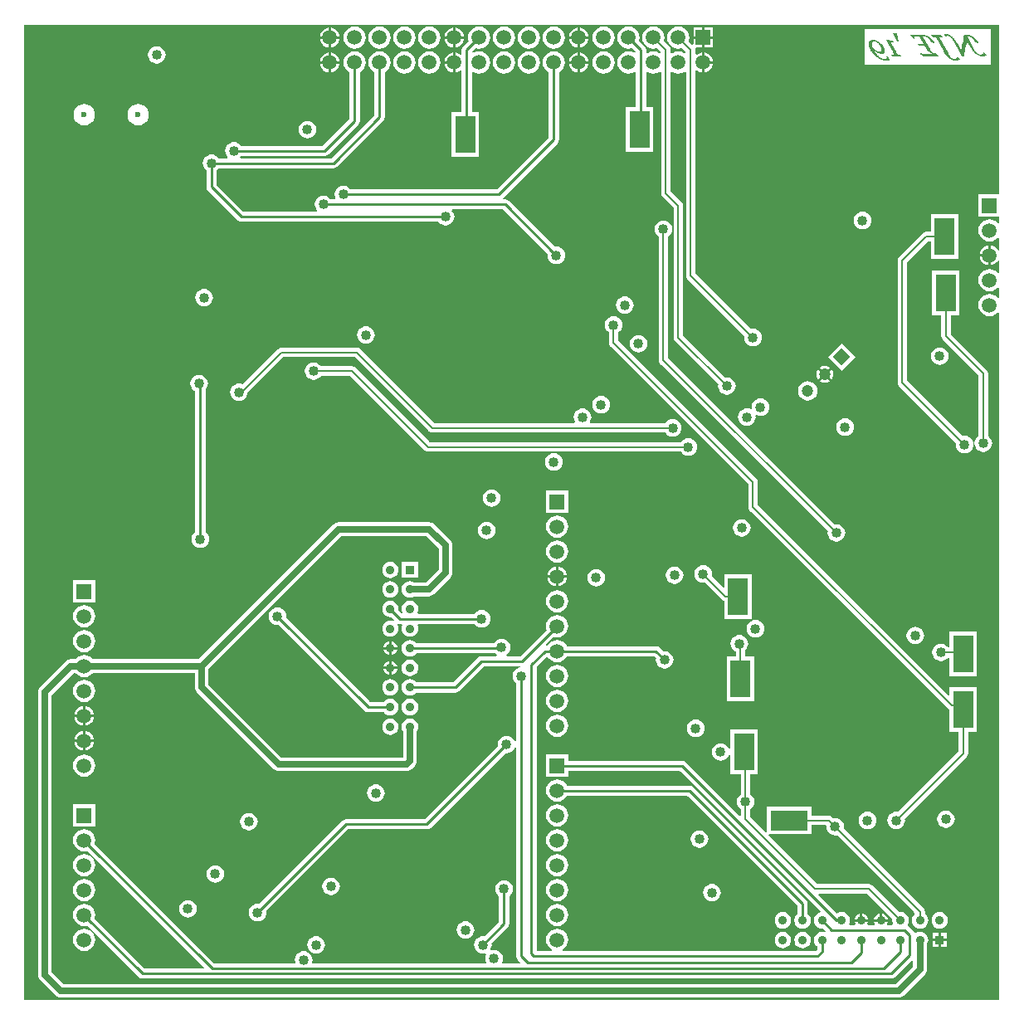
<source format=gbl>
G04*
G04 #@! TF.GenerationSoftware,Altium Limited,Altium Designer,19.1.6 (110)*
G04*
G04 Layer_Physical_Order=4*
G04 Layer_Color=16711680*
%FSLAX25Y25*%
%MOIN*%
G70*
G01*
G75*
%ADD15C,0.01000*%
%ADD17C,0.00800*%
%ADD34R,0.07992X0.14961*%
%ADD72C,0.02500*%
%ADD74C,0.05906*%
%ADD75R,0.05906X0.05906*%
%ADD76R,0.03543X0.03543*%
%ADD77C,0.03543*%
%ADD78R,0.03543X0.03543*%
%ADD79P,0.06681X4X90.0*%
%ADD80C,0.04724*%
%ADD81R,0.05906X0.05906*%
%ADD82C,0.02362*%
%ADD83C,0.04000*%
%ADD84C,0.02400*%
%ADD85R,0.14961X0.07992*%
G36*
X268981Y-53047D02*
X260547D01*
Y-61953D01*
X268981D01*
Y-64552D01*
X268480Y-64721D01*
X268176Y-64324D01*
X267246Y-63611D01*
X266162Y-63162D01*
X265000Y-63009D01*
X263838Y-63162D01*
X262754Y-63611D01*
X261824Y-64324D01*
X261110Y-65254D01*
X260662Y-66338D01*
X260509Y-67500D01*
X260662Y-68662D01*
X261110Y-69746D01*
X261824Y-70676D01*
X262754Y-71390D01*
X263838Y-71838D01*
X265000Y-71991D01*
X266162Y-71838D01*
X267246Y-71390D01*
X268176Y-70676D01*
X268480Y-70279D01*
X268981Y-70448D01*
Y-75474D01*
X268480Y-75573D01*
X268453Y-75507D01*
X267819Y-74681D01*
X266993Y-74047D01*
X266032Y-73649D01*
X265500Y-73579D01*
Y-77500D01*
X265000D01*
D01*
X265500D01*
Y-81421D01*
X266032Y-81351D01*
X266993Y-80953D01*
X267819Y-80319D01*
X268453Y-79493D01*
X268480Y-79426D01*
X268981Y-79526D01*
Y-84552D01*
X268480Y-84721D01*
X268176Y-84324D01*
X267246Y-83610D01*
X266162Y-83162D01*
X265000Y-83009D01*
X263838Y-83162D01*
X262754Y-83610D01*
X261824Y-84324D01*
X261110Y-85254D01*
X260662Y-86338D01*
X260509Y-87500D01*
X260662Y-88662D01*
X261110Y-89746D01*
X261824Y-90676D01*
X262754Y-91390D01*
X263838Y-91838D01*
X265000Y-91991D01*
X266162Y-91838D01*
X267246Y-91390D01*
X268176Y-90676D01*
X268480Y-90279D01*
X268981Y-90448D01*
Y-94552D01*
X268480Y-94721D01*
X268176Y-94324D01*
X267246Y-93611D01*
X266162Y-93162D01*
X265000Y-93009D01*
X263838Y-93162D01*
X262754Y-93611D01*
X261824Y-94324D01*
X261110Y-95254D01*
X260662Y-96338D01*
X260509Y-97500D01*
X260662Y-98662D01*
X261110Y-99746D01*
X261824Y-100676D01*
X262754Y-101390D01*
X263838Y-101838D01*
X265000Y-101991D01*
X266162Y-101838D01*
X267246Y-101390D01*
X268176Y-100676D01*
X268480Y-100279D01*
X268981Y-100448D01*
Y-376481D01*
X-122681D01*
Y15181D01*
X268981D01*
Y-53047D01*
D02*
G37*
%LPC*%
G36*
X153953Y13953D02*
X150500D01*
Y10500D01*
X153953D01*
Y13953D01*
D02*
G37*
G36*
X100500Y13921D02*
Y10500D01*
X103921D01*
X103851Y11032D01*
X103453Y11993D01*
X102819Y12819D01*
X101993Y13453D01*
X101032Y13851D01*
X100500Y13921D01*
D02*
G37*
G36*
X50500D02*
Y10500D01*
X53921D01*
X53851Y11032D01*
X53453Y11993D01*
X52819Y12819D01*
X51993Y13453D01*
X51032Y13851D01*
X50500Y13921D01*
D02*
G37*
G36*
X500D02*
Y10500D01*
X3921D01*
X3851Y11032D01*
X3453Y11993D01*
X2819Y12819D01*
X1993Y13453D01*
X1032Y13851D01*
X500Y13921D01*
D02*
G37*
G36*
X49500D02*
X48968Y13851D01*
X48007Y13453D01*
X47181Y12819D01*
X46547Y11993D01*
X46149Y11032D01*
X46079Y10500D01*
X49500D01*
Y13921D01*
D02*
G37*
G36*
X-500D02*
X-1032Y13851D01*
X-1993Y13453D01*
X-2819Y12819D01*
X-3453Y11993D01*
X-3851Y11032D01*
X-3921Y10500D01*
X-500D01*
Y13921D01*
D02*
G37*
G36*
X99500D02*
X98968Y13851D01*
X98007Y13453D01*
X97181Y12819D01*
X96547Y11993D01*
X96149Y11032D01*
X96079Y10500D01*
X99500D01*
Y13921D01*
D02*
G37*
G36*
X149500Y13953D02*
X146047D01*
Y10500D01*
X149500D01*
Y13953D01*
D02*
G37*
G36*
X103921Y9500D02*
X100500D01*
Y6079D01*
X101032Y6149D01*
X101993Y6547D01*
X102819Y7181D01*
X103453Y8007D01*
X103851Y8968D01*
X103921Y9500D01*
D02*
G37*
G36*
X53921D02*
X50500D01*
Y6079D01*
X51032Y6149D01*
X51993Y6547D01*
X52819Y7181D01*
X53453Y8007D01*
X53851Y8968D01*
X53921Y9500D01*
D02*
G37*
G36*
X3921D02*
X500D01*
Y6079D01*
X1032Y6149D01*
X1993Y6547D01*
X2819Y7181D01*
X3453Y8007D01*
X3851Y8968D01*
X3921Y9500D01*
D02*
G37*
G36*
X99500D02*
X96079D01*
X96149Y8968D01*
X96547Y8007D01*
X97181Y7181D01*
X98007Y6547D01*
X98968Y6149D01*
X99500Y6079D01*
Y9500D01*
D02*
G37*
G36*
X49500D02*
X46079D01*
X46149Y8968D01*
X46547Y8007D01*
X47181Y7181D01*
X48007Y6547D01*
X48968Y6149D01*
X49500Y6079D01*
Y9500D01*
D02*
G37*
G36*
X-500D02*
X-3921D01*
X-3851Y8968D01*
X-3453Y8007D01*
X-2819Y7181D01*
X-1993Y6547D01*
X-1032Y6149D01*
X-500Y6079D01*
Y9500D01*
D02*
G37*
G36*
X153953D02*
X150500D01*
Y6047D01*
X153953D01*
Y9500D01*
D02*
G37*
G36*
X110000Y14491D02*
X108838Y14338D01*
X107754Y13890D01*
X106824Y13176D01*
X106111Y12246D01*
X105662Y11162D01*
X105509Y10000D01*
X105662Y8838D01*
X106111Y7754D01*
X106824Y6824D01*
X107754Y6111D01*
X108838Y5662D01*
X110000Y5509D01*
X111162Y5662D01*
X112246Y6111D01*
X113176Y6824D01*
X113890Y7754D01*
X114338Y8838D01*
X114491Y10000D01*
X114338Y11162D01*
X113890Y12246D01*
X113176Y13176D01*
X112246Y13890D01*
X111162Y14338D01*
X110000Y14491D01*
D02*
G37*
G36*
X90000D02*
X88838Y14338D01*
X87754Y13890D01*
X86824Y13176D01*
X86111Y12246D01*
X85662Y11162D01*
X85509Y10000D01*
X85662Y8838D01*
X86111Y7754D01*
X86824Y6824D01*
X87754Y6111D01*
X88838Y5662D01*
X90000Y5509D01*
X91162Y5662D01*
X92246Y6111D01*
X93176Y6824D01*
X93889Y7754D01*
X94338Y8838D01*
X94491Y10000D01*
X94338Y11162D01*
X93889Y12246D01*
X93176Y13176D01*
X92246Y13890D01*
X91162Y14338D01*
X90000Y14491D01*
D02*
G37*
G36*
X80000D02*
X78838Y14338D01*
X77754Y13890D01*
X76824Y13176D01*
X76111Y12246D01*
X75662Y11162D01*
X75509Y10000D01*
X75662Y8838D01*
X76111Y7754D01*
X76824Y6824D01*
X77754Y6111D01*
X78838Y5662D01*
X80000Y5509D01*
X81162Y5662D01*
X82246Y6111D01*
X83176Y6824D01*
X83890Y7754D01*
X84338Y8838D01*
X84491Y10000D01*
X84338Y11162D01*
X83890Y12246D01*
X83176Y13176D01*
X82246Y13890D01*
X81162Y14338D01*
X80000Y14491D01*
D02*
G37*
G36*
X70000D02*
X68838Y14338D01*
X67754Y13890D01*
X66824Y13176D01*
X66110Y12246D01*
X65662Y11162D01*
X65509Y10000D01*
X65662Y8838D01*
X66110Y7754D01*
X66824Y6824D01*
X67754Y6111D01*
X68838Y5662D01*
X70000Y5509D01*
X71162Y5662D01*
X72246Y6111D01*
X73176Y6824D01*
X73889Y7754D01*
X74338Y8838D01*
X74491Y10000D01*
X74338Y11162D01*
X73889Y12246D01*
X73176Y13176D01*
X72246Y13890D01*
X71162Y14338D01*
X70000Y14491D01*
D02*
G37*
G36*
X60000D02*
X58838Y14338D01*
X57754Y13890D01*
X56824Y13176D01*
X56111Y12246D01*
X55662Y11162D01*
X55509Y10000D01*
X55662Y8838D01*
X55747Y8631D01*
X53558Y6442D01*
X53116Y5780D01*
X52961Y5000D01*
Y3341D01*
X52461Y3094D01*
X51993Y3453D01*
X51032Y3851D01*
X50500Y3921D01*
Y-0D01*
Y-3921D01*
X51032Y-3851D01*
X51993Y-3453D01*
X52461Y-3094D01*
X52961Y-3341D01*
Y-20020D01*
X49004D01*
Y-37980D01*
X59996D01*
Y-20020D01*
X57039D01*
Y-3906D01*
X57488Y-3685D01*
X57754Y-3889D01*
X58838Y-4338D01*
X60000Y-4491D01*
X61162Y-4338D01*
X62246Y-3889D01*
X63176Y-3176D01*
X63889Y-2246D01*
X64338Y-1162D01*
X64491Y-0D01*
X64338Y1162D01*
X63889Y2246D01*
X63176Y3176D01*
X62246Y3889D01*
X61162Y4338D01*
X60000Y4491D01*
X58838Y4338D01*
X57802Y3909D01*
X57704Y3916D01*
X57267Y4146D01*
X57240Y4356D01*
X58631Y5747D01*
X58838Y5662D01*
X60000Y5509D01*
X61162Y5662D01*
X62246Y6111D01*
X63176Y6824D01*
X63889Y7754D01*
X64338Y8838D01*
X64491Y10000D01*
X64338Y11162D01*
X63889Y12246D01*
X63176Y13176D01*
X62246Y13890D01*
X61162Y14338D01*
X60000Y14491D01*
D02*
G37*
G36*
X40000D02*
X38838Y14338D01*
X37754Y13890D01*
X36824Y13176D01*
X36110Y12246D01*
X35662Y11162D01*
X35509Y10000D01*
X35662Y8838D01*
X36110Y7754D01*
X36824Y6824D01*
X37754Y6111D01*
X38838Y5662D01*
X40000Y5509D01*
X41162Y5662D01*
X42246Y6111D01*
X43176Y6824D01*
X43889Y7754D01*
X44338Y8838D01*
X44491Y10000D01*
X44338Y11162D01*
X43889Y12246D01*
X43176Y13176D01*
X42246Y13890D01*
X41162Y14338D01*
X40000Y14491D01*
D02*
G37*
G36*
X30000D02*
X28838Y14338D01*
X27754Y13890D01*
X26824Y13176D01*
X26111Y12246D01*
X25662Y11162D01*
X25509Y10000D01*
X25662Y8838D01*
X26111Y7754D01*
X26824Y6824D01*
X27754Y6111D01*
X28838Y5662D01*
X30000Y5509D01*
X31162Y5662D01*
X32246Y6111D01*
X33176Y6824D01*
X33889Y7754D01*
X34338Y8838D01*
X34491Y10000D01*
X34338Y11162D01*
X33889Y12246D01*
X33176Y13176D01*
X32246Y13890D01*
X31162Y14338D01*
X30000Y14491D01*
D02*
G37*
G36*
X20000D02*
X18838Y14338D01*
X17754Y13890D01*
X16824Y13176D01*
X16111Y12246D01*
X15662Y11162D01*
X15509Y10000D01*
X15662Y8838D01*
X16111Y7754D01*
X16824Y6824D01*
X17754Y6111D01*
X18838Y5662D01*
X20000Y5509D01*
X21162Y5662D01*
X22246Y6111D01*
X23176Y6824D01*
X23889Y7754D01*
X24338Y8838D01*
X24491Y10000D01*
X24338Y11162D01*
X23889Y12246D01*
X23176Y13176D01*
X22246Y13890D01*
X21162Y14338D01*
X20000Y14491D01*
D02*
G37*
G36*
X10000D02*
X8838Y14338D01*
X7754Y13890D01*
X6824Y13176D01*
X6111Y12246D01*
X5662Y11162D01*
X5509Y10000D01*
X5662Y8838D01*
X6111Y7754D01*
X6824Y6824D01*
X7754Y6111D01*
X8838Y5662D01*
X10000Y5509D01*
X11162Y5662D01*
X12246Y6111D01*
X13176Y6824D01*
X13890Y7754D01*
X14338Y8838D01*
X14491Y10000D01*
X14338Y11162D01*
X13890Y12246D01*
X13176Y13176D01*
X12246Y13890D01*
X11162Y14338D01*
X10000Y14491D01*
D02*
G37*
G36*
X140000D02*
X138838Y14338D01*
X137754Y13890D01*
X136824Y13176D01*
X136110Y12246D01*
X135662Y11162D01*
X135509Y10000D01*
X135662Y8838D01*
X136110Y7754D01*
X136824Y6824D01*
X137754Y6111D01*
X138838Y5662D01*
X140000Y5509D01*
X141162Y5662D01*
X141471Y5790D01*
X142975Y4285D01*
X142941Y3964D01*
X142444Y3738D01*
X142246Y3889D01*
X141162Y4338D01*
X140000Y4491D01*
X138838Y4338D01*
X137754Y3889D01*
X137386Y3607D01*
X136937Y3828D01*
Y5000D01*
X136790Y5741D01*
X136370Y6370D01*
X134210Y8529D01*
X134338Y8838D01*
X134491Y10000D01*
X134338Y11162D01*
X133889Y12246D01*
X133176Y13176D01*
X132246Y13890D01*
X131162Y14338D01*
X130000Y14491D01*
X128838Y14338D01*
X127754Y13890D01*
X126824Y13176D01*
X126110Y12246D01*
X125662Y11162D01*
X125509Y10000D01*
X125662Y8838D01*
X126110Y7754D01*
X126824Y6824D01*
X127754Y6111D01*
X128838Y5662D01*
X130000Y5509D01*
X131162Y5662D01*
X131471Y5790D01*
X132975Y4285D01*
X132941Y3964D01*
X132443Y3738D01*
X132246Y3889D01*
X131162Y4338D01*
X130000Y4491D01*
X128838Y4338D01*
X127754Y3889D01*
X127488Y3685D01*
X127039Y3906D01*
Y5000D01*
X126884Y5780D01*
X126442Y6442D01*
X124253Y8631D01*
X124338Y8838D01*
X124491Y10000D01*
X124338Y11162D01*
X123890Y12246D01*
X123176Y13176D01*
X122246Y13890D01*
X121162Y14338D01*
X120000Y14491D01*
X118838Y14338D01*
X117754Y13890D01*
X116824Y13176D01*
X116111Y12246D01*
X115662Y11162D01*
X115509Y10000D01*
X115662Y8838D01*
X116111Y7754D01*
X116824Y6824D01*
X117754Y6111D01*
X118838Y5662D01*
X120000Y5509D01*
X121162Y5662D01*
X121369Y5747D01*
X122760Y4356D01*
X122733Y4146D01*
X122296Y3916D01*
X122198Y3909D01*
X121162Y4338D01*
X120000Y4491D01*
X118838Y4338D01*
X117754Y3889D01*
X116824Y3176D01*
X116111Y2246D01*
X115662Y1162D01*
X115509Y0D01*
X115662Y-1162D01*
X116111Y-2246D01*
X116824Y-3176D01*
X117754Y-3889D01*
X118838Y-4338D01*
X120000Y-4491D01*
X121162Y-4338D01*
X122246Y-3889D01*
X122512Y-3685D01*
X122961Y-3906D01*
Y-18020D01*
X119004D01*
Y-35980D01*
X129996D01*
Y-18020D01*
X127039D01*
Y-3906D01*
X127488Y-3685D01*
X127754Y-3889D01*
X128838Y-4338D01*
X130000Y-4491D01*
X131162Y-4338D01*
X132246Y-3889D01*
X132614Y-3607D01*
X133063Y-3828D01*
Y-52500D01*
X133210Y-53241D01*
X133630Y-53870D01*
X138063Y-58302D01*
Y-110500D01*
X138210Y-111241D01*
X138630Y-111870D01*
X156062Y-129301D01*
X155970Y-130000D01*
X156090Y-130914D01*
X156443Y-131765D01*
X157004Y-132496D01*
X157735Y-133057D01*
X158586Y-133410D01*
X159500Y-133530D01*
X160414Y-133410D01*
X161265Y-133057D01*
X161996Y-132496D01*
X162557Y-131765D01*
X162910Y-130914D01*
X163030Y-130000D01*
X162910Y-129086D01*
X162557Y-128235D01*
X161996Y-127504D01*
X161265Y-126943D01*
X160414Y-126590D01*
X159500Y-126470D01*
X158801Y-126562D01*
X141937Y-109698D01*
Y-57500D01*
X141790Y-56759D01*
X141370Y-56130D01*
X136937Y-51698D01*
Y-3828D01*
X137386Y-3607D01*
X137754Y-3889D01*
X138838Y-4338D01*
X140000Y-4491D01*
X141162Y-4338D01*
X142246Y-3889D01*
X142614Y-3607D01*
X143063Y-3828D01*
Y-85500D01*
X143210Y-86241D01*
X143630Y-86870D01*
X166562Y-109801D01*
X166470Y-110500D01*
X166590Y-111414D01*
X166943Y-112265D01*
X167504Y-112996D01*
X168235Y-113557D01*
X169086Y-113910D01*
X170000Y-114030D01*
X170914Y-113910D01*
X171765Y-113557D01*
X172496Y-112996D01*
X173057Y-112265D01*
X173410Y-111414D01*
X173530Y-110500D01*
X173410Y-109586D01*
X173057Y-108735D01*
X172496Y-108004D01*
X171765Y-107443D01*
X170914Y-107090D01*
X170000Y-106970D01*
X169301Y-107062D01*
X146937Y-84698D01*
Y-3262D01*
X147437Y-3016D01*
X148007Y-3453D01*
X148968Y-3851D01*
X149500Y-3921D01*
Y-0D01*
Y3921D01*
X148968Y3851D01*
X148007Y3453D01*
X147437Y3016D01*
X146937Y3262D01*
Y5000D01*
X146828Y5547D01*
X147141Y6047D01*
X149500D01*
Y9500D01*
X146047D01*
Y7346D01*
X145585Y7154D01*
X144210Y8529D01*
X144338Y8838D01*
X144491Y10000D01*
X144338Y11162D01*
X143889Y12246D01*
X143176Y13176D01*
X142246Y13890D01*
X141162Y14338D01*
X140000Y14491D01*
D02*
G37*
G36*
X150500Y3921D02*
Y500D01*
X153921D01*
X153851Y1032D01*
X153453Y1993D01*
X152819Y2819D01*
X151993Y3453D01*
X151032Y3851D01*
X150500Y3921D01*
D02*
G37*
G36*
X100500D02*
Y500D01*
X103921D01*
X103851Y1032D01*
X103453Y1993D01*
X102819Y2819D01*
X101993Y3453D01*
X101032Y3851D01*
X100500Y3921D01*
D02*
G37*
G36*
X49500D02*
X48968Y3851D01*
X48007Y3453D01*
X47181Y2819D01*
X46547Y1993D01*
X46149Y1032D01*
X46079Y500D01*
X49500D01*
Y3921D01*
D02*
G37*
G36*
X99500D02*
X98968Y3851D01*
X98007Y3453D01*
X97181Y2819D01*
X96547Y1993D01*
X96149Y1032D01*
X96079Y500D01*
X99500D01*
Y3921D01*
D02*
G37*
G36*
X500Y3921D02*
Y500D01*
X3921D01*
X3851Y1032D01*
X3453Y1993D01*
X2819Y2819D01*
X1993Y3453D01*
X1032Y3851D01*
X500Y3921D01*
D02*
G37*
G36*
X-500D02*
X-1032Y3851D01*
X-1993Y3453D01*
X-2819Y2819D01*
X-3453Y1993D01*
X-3851Y1032D01*
X-3921Y500D01*
X-500D01*
Y3921D01*
D02*
G37*
G36*
X-69500Y6530D02*
X-70414Y6410D01*
X-71265Y6057D01*
X-71996Y5496D01*
X-72557Y4765D01*
X-72910Y3914D01*
X-73030Y3000D01*
X-72910Y2086D01*
X-72557Y1235D01*
X-71996Y504D01*
X-71265Y-57D01*
X-70414Y-410D01*
X-69500Y-530D01*
X-68586Y-410D01*
X-67735Y-57D01*
X-67004Y504D01*
X-66443Y1235D01*
X-66090Y2086D01*
X-65970Y3000D01*
X-66090Y3914D01*
X-66443Y4765D01*
X-67004Y5496D01*
X-67735Y6057D01*
X-68586Y6410D01*
X-69500Y6530D01*
D02*
G37*
G36*
X265500Y13286D02*
X215020D01*
Y-843D01*
X265500D01*
Y13286D01*
D02*
G37*
G36*
X3921Y-500D02*
X500D01*
Y-3921D01*
X1032Y-3851D01*
X1993Y-3453D01*
X2819Y-2819D01*
X3453Y-1993D01*
X3851Y-1032D01*
X3921Y-500D01*
D02*
G37*
G36*
X-500D02*
X-3921D01*
X-3851Y-1032D01*
X-3453Y-1993D01*
X-2819Y-2819D01*
X-1993Y-3453D01*
X-1032Y-3851D01*
X-500Y-3921D01*
Y-500D01*
D02*
G37*
G36*
X153921Y-500D02*
X150500D01*
Y-3921D01*
X151032Y-3851D01*
X151993Y-3453D01*
X152819Y-2819D01*
X153453Y-1993D01*
X153851Y-1032D01*
X153921Y-500D01*
D02*
G37*
G36*
X103921D02*
X100500D01*
Y-3921D01*
X101032Y-3851D01*
X101993Y-3453D01*
X102819Y-2819D01*
X103453Y-1993D01*
X103851Y-1032D01*
X103921Y-500D01*
D02*
G37*
G36*
X99500D02*
X96079D01*
X96149Y-1032D01*
X96547Y-1993D01*
X97181Y-2819D01*
X98007Y-3453D01*
X98968Y-3851D01*
X99500Y-3921D01*
Y-500D01*
D02*
G37*
G36*
X49500D02*
X46079D01*
X46149Y-1032D01*
X46547Y-1993D01*
X47181Y-2819D01*
X48007Y-3453D01*
X48968Y-3851D01*
X49500Y-3921D01*
Y-500D01*
D02*
G37*
G36*
X40000Y4491D02*
X38838Y4338D01*
X37754Y3889D01*
X36824Y3176D01*
X36110Y2246D01*
X35662Y1162D01*
X35509Y0D01*
X35662Y-1162D01*
X36110Y-2246D01*
X36824Y-3176D01*
X37754Y-3889D01*
X38838Y-4338D01*
X40000Y-4491D01*
X41162Y-4338D01*
X42246Y-3889D01*
X43176Y-3176D01*
X43889Y-2246D01*
X44338Y-1162D01*
X44491Y0D01*
X44338Y1162D01*
X43889Y2246D01*
X43176Y3176D01*
X42246Y3889D01*
X41162Y4338D01*
X40000Y4491D01*
D02*
G37*
G36*
X30000D02*
X28838Y4338D01*
X27754Y3889D01*
X26824Y3176D01*
X26111Y2246D01*
X25662Y1162D01*
X25509Y0D01*
X25662Y-1162D01*
X26111Y-2246D01*
X26824Y-3176D01*
X27754Y-3889D01*
X28838Y-4338D01*
X30000Y-4491D01*
X31162Y-4338D01*
X32246Y-3889D01*
X33176Y-3176D01*
X33889Y-2246D01*
X34338Y-1162D01*
X34491Y0D01*
X34338Y1162D01*
X33889Y2246D01*
X33176Y3176D01*
X32246Y3889D01*
X31162Y4338D01*
X30000Y4491D01*
D02*
G37*
G36*
X110000Y4491D02*
X108838Y4338D01*
X107754Y3889D01*
X106824Y3176D01*
X106111Y2246D01*
X105662Y1162D01*
X105509Y-0D01*
X105662Y-1162D01*
X106111Y-2246D01*
X106824Y-3176D01*
X107754Y-3889D01*
X108838Y-4338D01*
X110000Y-4491D01*
X111162Y-4338D01*
X112246Y-3889D01*
X113176Y-3176D01*
X113890Y-2246D01*
X114338Y-1162D01*
X114491Y-0D01*
X114338Y1162D01*
X113890Y2246D01*
X113176Y3176D01*
X112246Y3889D01*
X111162Y4338D01*
X110000Y4491D01*
D02*
G37*
G36*
X80000D02*
X78838Y4338D01*
X77754Y3889D01*
X76824Y3176D01*
X76111Y2246D01*
X75662Y1162D01*
X75509Y-0D01*
X75662Y-1162D01*
X76111Y-2246D01*
X76824Y-3176D01*
X77754Y-3889D01*
X78838Y-4338D01*
X80000Y-4491D01*
X81162Y-4338D01*
X82246Y-3889D01*
X83176Y-3176D01*
X83890Y-2246D01*
X84338Y-1162D01*
X84491Y-0D01*
X84338Y1162D01*
X83890Y2246D01*
X83176Y3176D01*
X82246Y3889D01*
X81162Y4338D01*
X80000Y4491D01*
D02*
G37*
G36*
X70000D02*
X68838Y4338D01*
X67754Y3889D01*
X66824Y3176D01*
X66110Y2246D01*
X65662Y1162D01*
X65509Y-0D01*
X65662Y-1162D01*
X66110Y-2246D01*
X66824Y-3176D01*
X67754Y-3889D01*
X68838Y-4338D01*
X70000Y-4491D01*
X71162Y-4338D01*
X72246Y-3889D01*
X73176Y-3176D01*
X73889Y-2246D01*
X74338Y-1162D01*
X74491Y-0D01*
X74338Y1162D01*
X73889Y2246D01*
X73176Y3176D01*
X72246Y3889D01*
X71162Y4338D01*
X70000Y4491D01*
D02*
G37*
G36*
X-77000Y-16707D02*
X-78111Y-16854D01*
X-79146Y-17282D01*
X-80035Y-17965D01*
X-80717Y-18854D01*
X-81146Y-19889D01*
X-81293Y-21000D01*
X-81146Y-22111D01*
X-80717Y-23146D01*
X-80035Y-24035D01*
X-79146Y-24717D01*
X-78111Y-25146D01*
X-77000Y-25293D01*
X-75889Y-25146D01*
X-74854Y-24717D01*
X-73965Y-24035D01*
X-73282Y-23146D01*
X-72854Y-22111D01*
X-72707Y-21000D01*
X-72854Y-19889D01*
X-73282Y-18854D01*
X-73965Y-17965D01*
X-74854Y-17282D01*
X-75889Y-16854D01*
X-77000Y-16707D01*
D02*
G37*
G36*
X-98654D02*
X-99765Y-16854D01*
X-100800Y-17282D01*
X-101689Y-17965D01*
X-102371Y-18854D01*
X-102800Y-19889D01*
X-102946Y-21000D01*
X-102800Y-22111D01*
X-102371Y-23146D01*
X-101689Y-24035D01*
X-100800Y-24717D01*
X-99765Y-25146D01*
X-98654Y-25293D01*
X-97543Y-25146D01*
X-96507Y-24717D01*
X-95618Y-24035D01*
X-94936Y-23146D01*
X-94507Y-22111D01*
X-94361Y-21000D01*
X-94507Y-19889D01*
X-94936Y-18854D01*
X-95618Y-17965D01*
X-96507Y-17282D01*
X-97543Y-16854D01*
X-98654Y-16707D01*
D02*
G37*
G36*
X-9000Y-23470D02*
X-9914Y-23590D01*
X-10765Y-23943D01*
X-11496Y-24504D01*
X-12057Y-25235D01*
X-12410Y-26086D01*
X-12530Y-27000D01*
X-12410Y-27914D01*
X-12057Y-28765D01*
X-11496Y-29496D01*
X-10765Y-30057D01*
X-9914Y-30410D01*
X-9000Y-30530D01*
X-8086Y-30410D01*
X-7235Y-30057D01*
X-6504Y-29496D01*
X-5943Y-28765D01*
X-5590Y-27914D01*
X-5470Y-27000D01*
X-5590Y-26086D01*
X-5943Y-25235D01*
X-6504Y-24504D01*
X-7235Y-23943D01*
X-8086Y-23590D01*
X-9000Y-23470D01*
D02*
G37*
G36*
X90000Y4491D02*
X88838Y4338D01*
X87754Y3889D01*
X86824Y3176D01*
X86111Y2246D01*
X85662Y1162D01*
X85509Y0D01*
X85662Y-1162D01*
X86111Y-2246D01*
X86824Y-3176D01*
X87754Y-3889D01*
X87961Y-3975D01*
Y-30155D01*
X67155Y-50961D01*
X8347D01*
X7996Y-50504D01*
X7265Y-49943D01*
X6414Y-49590D01*
X5500Y-49470D01*
X4586Y-49590D01*
X3735Y-49943D01*
X3004Y-50504D01*
X2443Y-51235D01*
X2090Y-52086D01*
X1970Y-53000D01*
X2090Y-53914D01*
X2317Y-54461D01*
X1985Y-54961D01*
X347D01*
X-4Y-54504D01*
X-735Y-53943D01*
X-1586Y-53590D01*
X-2500Y-53470D01*
X-3414Y-53590D01*
X-4265Y-53943D01*
X-4996Y-54504D01*
X-5557Y-55235D01*
X-5910Y-56086D01*
X-6030Y-57000D01*
X-5910Y-57914D01*
X-5557Y-58765D01*
X-5023Y-59461D01*
X-5070Y-59713D01*
X-5154Y-59961D01*
X-34655D01*
X-45461Y-49155D01*
Y-43347D01*
X-45004Y-42996D01*
X-44653Y-42539D01*
X1500D01*
X2280Y-42384D01*
X2942Y-41942D01*
X21442Y-23442D01*
X21884Y-22780D01*
X22039Y-22000D01*
Y-3975D01*
X22246Y-3889D01*
X23176Y-3176D01*
X23889Y-2246D01*
X24338Y-1162D01*
X24491Y-0D01*
X24338Y1162D01*
X23889Y2246D01*
X23176Y3176D01*
X22246Y3889D01*
X21162Y4338D01*
X20000Y4491D01*
X18838Y4338D01*
X17754Y3889D01*
X16824Y3176D01*
X16111Y2246D01*
X15662Y1162D01*
X15509Y-0D01*
X15662Y-1162D01*
X16111Y-2246D01*
X16824Y-3176D01*
X17754Y-3889D01*
X17961Y-3975D01*
Y-21155D01*
X655Y-38461D01*
X-35846D01*
X-35930Y-38213D01*
X-35977Y-37961D01*
X-35653Y-37539D01*
X-2000D01*
X-1220Y-37384D01*
X-558Y-36942D01*
X11442Y-24942D01*
X11884Y-24280D01*
X12039Y-23500D01*
Y-3975D01*
X12246Y-3889D01*
X13176Y-3176D01*
X13890Y-2246D01*
X14338Y-1162D01*
X14491Y-0D01*
X14338Y1162D01*
X13890Y2246D01*
X13176Y3176D01*
X12246Y3889D01*
X11162Y4338D01*
X10000Y4491D01*
X8838Y4338D01*
X7754Y3889D01*
X6824Y3176D01*
X6111Y2246D01*
X5662Y1162D01*
X5509Y-0D01*
X5662Y-1162D01*
X6111Y-2246D01*
X6824Y-3176D01*
X7754Y-3889D01*
X7961Y-3975D01*
Y-22655D01*
X-2845Y-33461D01*
X-35653D01*
X-36004Y-33004D01*
X-36735Y-32443D01*
X-37586Y-32090D01*
X-38500Y-31970D01*
X-39414Y-32090D01*
X-40265Y-32443D01*
X-40996Y-33004D01*
X-41557Y-33735D01*
X-41910Y-34586D01*
X-42030Y-35500D01*
X-41910Y-36414D01*
X-41557Y-37265D01*
X-41023Y-37961D01*
X-41070Y-38213D01*
X-41154Y-38461D01*
X-44653D01*
X-45004Y-38004D01*
X-45735Y-37443D01*
X-46586Y-37090D01*
X-47500Y-36970D01*
X-48414Y-37090D01*
X-49265Y-37443D01*
X-49996Y-38004D01*
X-50557Y-38735D01*
X-50910Y-39586D01*
X-51030Y-40500D01*
X-50910Y-41414D01*
X-50557Y-42265D01*
X-49996Y-42996D01*
X-49539Y-43347D01*
Y-50000D01*
X-49384Y-50780D01*
X-48942Y-51442D01*
X-36942Y-63442D01*
X-36280Y-63884D01*
X-35500Y-64039D01*
X43653D01*
X44004Y-64496D01*
X44735Y-65057D01*
X45586Y-65410D01*
X46500Y-65530D01*
X47414Y-65410D01*
X48265Y-65057D01*
X48996Y-64496D01*
X49557Y-63765D01*
X49910Y-62914D01*
X50030Y-62000D01*
X49910Y-61086D01*
X49557Y-60235D01*
X49023Y-59539D01*
X49070Y-59287D01*
X49154Y-59039D01*
X69655D01*
X87545Y-76929D01*
X87470Y-77500D01*
X87590Y-78414D01*
X87943Y-79265D01*
X88504Y-79996D01*
X89235Y-80557D01*
X90086Y-80910D01*
X91000Y-81030D01*
X91914Y-80910D01*
X92765Y-80557D01*
X93496Y-79996D01*
X94057Y-79265D01*
X94410Y-78414D01*
X94530Y-77500D01*
X94410Y-76586D01*
X94057Y-75735D01*
X93496Y-75004D01*
X92765Y-74443D01*
X91914Y-74090D01*
X91000Y-73970D01*
X90429Y-74045D01*
X71942Y-55558D01*
X71280Y-55116D01*
X70500Y-54961D01*
X69565D01*
X69414Y-54461D01*
X69442Y-54442D01*
X91442Y-32442D01*
X91884Y-31780D01*
X92039Y-31000D01*
Y-3975D01*
X92246Y-3889D01*
X93176Y-3176D01*
X93889Y-2246D01*
X94338Y-1162D01*
X94491Y0D01*
X94338Y1162D01*
X93889Y2246D01*
X93176Y3176D01*
X92246Y3889D01*
X91162Y4338D01*
X90000Y4491D01*
D02*
G37*
G36*
X214000Y-59970D02*
X213086Y-60090D01*
X212235Y-60443D01*
X211504Y-61004D01*
X210943Y-61735D01*
X210590Y-62586D01*
X210470Y-63500D01*
X210590Y-64414D01*
X210943Y-65265D01*
X211504Y-65996D01*
X212235Y-66557D01*
X213086Y-66910D01*
X214000Y-67030D01*
X214914Y-66910D01*
X215765Y-66557D01*
X216496Y-65996D01*
X217057Y-65265D01*
X217410Y-64414D01*
X217530Y-63500D01*
X217410Y-62586D01*
X217057Y-61735D01*
X216496Y-61004D01*
X215765Y-60443D01*
X214914Y-60090D01*
X214000Y-59970D01*
D02*
G37*
G36*
X264500Y-73579D02*
X263968Y-73649D01*
X263007Y-74047D01*
X262181Y-74681D01*
X261547Y-75507D01*
X261149Y-76468D01*
X261079Y-77000D01*
X264500D01*
Y-73579D01*
D02*
G37*
G36*
X252496Y-61020D02*
X241504D01*
Y-68063D01*
X239500D01*
X238759Y-68210D01*
X238130Y-68630D01*
X228630Y-78130D01*
X228210Y-78759D01*
X228063Y-79500D01*
Y-128500D01*
X228210Y-129241D01*
X228630Y-129870D01*
X251562Y-152801D01*
X251470Y-153500D01*
X251590Y-154414D01*
X251943Y-155265D01*
X252504Y-155996D01*
X253235Y-156557D01*
X254086Y-156910D01*
X255000Y-157030D01*
X255914Y-156910D01*
X256765Y-156557D01*
X257496Y-155996D01*
X258057Y-155265D01*
X258410Y-154414D01*
X258530Y-153500D01*
X258410Y-152586D01*
X258057Y-151735D01*
X257496Y-151004D01*
X256765Y-150443D01*
X255914Y-150090D01*
X255000Y-149970D01*
X254301Y-150062D01*
X231937Y-127698D01*
Y-80302D01*
X240302Y-71937D01*
X241504D01*
Y-78980D01*
X252496D01*
Y-61020D01*
D02*
G37*
G36*
X264500Y-78000D02*
X261079D01*
X261149Y-78532D01*
X261547Y-79493D01*
X262181Y-80319D01*
X263007Y-80953D01*
X263968Y-81351D01*
X264500Y-81421D01*
Y-78000D01*
D02*
G37*
G36*
X-50500Y-90970D02*
X-51414Y-91090D01*
X-52265Y-91443D01*
X-52996Y-92004D01*
X-53557Y-92735D01*
X-53910Y-93586D01*
X-54030Y-94500D01*
X-53910Y-95414D01*
X-53557Y-96265D01*
X-52996Y-96996D01*
X-52265Y-97557D01*
X-51414Y-97910D01*
X-50500Y-98030D01*
X-49586Y-97910D01*
X-48735Y-97557D01*
X-48004Y-96996D01*
X-47443Y-96265D01*
X-47090Y-95414D01*
X-46970Y-94500D01*
X-47090Y-93586D01*
X-47443Y-92735D01*
X-48004Y-92004D01*
X-48735Y-91443D01*
X-49586Y-91090D01*
X-50500Y-90970D01*
D02*
G37*
G36*
X118500Y-93970D02*
X117586Y-94090D01*
X116735Y-94443D01*
X116004Y-95004D01*
X115443Y-95735D01*
X115090Y-96586D01*
X114970Y-97500D01*
X115090Y-98414D01*
X115443Y-99265D01*
X116004Y-99996D01*
X116735Y-100557D01*
X117586Y-100910D01*
X118500Y-101030D01*
X119414Y-100910D01*
X120265Y-100557D01*
X120996Y-99996D01*
X121557Y-99265D01*
X121910Y-98414D01*
X122030Y-97500D01*
X121910Y-96586D01*
X121557Y-95735D01*
X120996Y-95004D01*
X120265Y-94443D01*
X119414Y-94090D01*
X118500Y-93970D01*
D02*
G37*
G36*
X14500Y-105970D02*
X13586Y-106090D01*
X12735Y-106443D01*
X12004Y-107004D01*
X11443Y-107735D01*
X11090Y-108586D01*
X10970Y-109500D01*
X11090Y-110414D01*
X11443Y-111265D01*
X12004Y-111996D01*
X12735Y-112557D01*
X13586Y-112910D01*
X14500Y-113030D01*
X15414Y-112910D01*
X16265Y-112557D01*
X16996Y-111996D01*
X17557Y-111265D01*
X17910Y-110414D01*
X18030Y-109500D01*
X17910Y-108586D01*
X17557Y-107735D01*
X16996Y-107004D01*
X16265Y-106443D01*
X15414Y-106090D01*
X14500Y-105970D01*
D02*
G37*
G36*
X124000Y-109470D02*
X123086Y-109590D01*
X122235Y-109943D01*
X121504Y-110504D01*
X120943Y-111235D01*
X120590Y-112086D01*
X120470Y-113000D01*
X120590Y-113914D01*
X120943Y-114765D01*
X121504Y-115496D01*
X122235Y-116057D01*
X123086Y-116410D01*
X124000Y-116530D01*
X124914Y-116410D01*
X125765Y-116057D01*
X126496Y-115496D01*
X127057Y-114765D01*
X127410Y-113914D01*
X127530Y-113000D01*
X127410Y-112086D01*
X127057Y-111235D01*
X126496Y-110504D01*
X125765Y-109943D01*
X124914Y-109590D01*
X124000Y-109470D01*
D02*
G37*
G36*
X245000Y-114470D02*
X244086Y-114590D01*
X243235Y-114943D01*
X242504Y-115504D01*
X241943Y-116235D01*
X241590Y-117086D01*
X241470Y-118000D01*
X241590Y-118914D01*
X241943Y-119765D01*
X242504Y-120496D01*
X243235Y-121057D01*
X244086Y-121410D01*
X245000Y-121530D01*
X245914Y-121410D01*
X246765Y-121057D01*
X247496Y-120496D01*
X248057Y-119765D01*
X248410Y-118914D01*
X248530Y-118000D01*
X248410Y-117086D01*
X248057Y-116235D01*
X247496Y-115504D01*
X246765Y-114943D01*
X245914Y-114590D01*
X245000Y-114470D01*
D02*
G37*
G36*
X205585Y-112953D02*
X200123Y-118415D01*
X205585Y-123877D01*
X211047Y-118415D01*
X205585Y-112953D01*
D02*
G37*
G36*
X198793Y-121816D02*
X197915Y-121932D01*
X197097Y-122270D01*
X196795Y-122502D01*
X198793Y-124500D01*
X200791Y-122502D01*
X200488Y-122270D01*
X199670Y-121932D01*
X198793Y-121816D01*
D02*
G37*
G36*
X196088Y-123210D02*
X195856Y-123512D01*
X195517Y-124330D01*
X195402Y-125207D01*
X195517Y-126085D01*
X195856Y-126903D01*
X196088Y-127205D01*
X198086Y-125207D01*
X196088Y-123210D01*
D02*
G37*
G36*
X201498D02*
X199500Y-125207D01*
X201498Y-127205D01*
X201730Y-126903D01*
X202068Y-126085D01*
X202184Y-125207D01*
X202068Y-124330D01*
X201730Y-123512D01*
X201498Y-123210D01*
D02*
G37*
G36*
X198793Y-125914D02*
X196795Y-127912D01*
X197097Y-128144D01*
X197915Y-128483D01*
X198793Y-128598D01*
X199670Y-128483D01*
X200488Y-128144D01*
X200791Y-127912D01*
X198793Y-125914D01*
D02*
G37*
G36*
X192000Y-128104D02*
X190992Y-128237D01*
X190052Y-128626D01*
X189245Y-129245D01*
X188626Y-130052D01*
X188237Y-130992D01*
X188104Y-132000D01*
X188237Y-133008D01*
X188626Y-133948D01*
X189245Y-134755D01*
X190052Y-135374D01*
X190992Y-135763D01*
X192000Y-135896D01*
X193008Y-135763D01*
X193948Y-135374D01*
X194755Y-134755D01*
X195374Y-133948D01*
X195763Y-133008D01*
X195896Y-132000D01*
X195763Y-130992D01*
X195374Y-130052D01*
X194755Y-129245D01*
X193948Y-128626D01*
X193008Y-128237D01*
X192000Y-128104D01*
D02*
G37*
G36*
X173000Y-134970D02*
X172086Y-135090D01*
X171235Y-135443D01*
X170504Y-136004D01*
X169943Y-136735D01*
X169590Y-137586D01*
X169470Y-138500D01*
X169541Y-139038D01*
X169501Y-139097D01*
X169079Y-139366D01*
X168414Y-139090D01*
X167500Y-138970D01*
X166586Y-139090D01*
X165735Y-139443D01*
X165004Y-140004D01*
X164443Y-140735D01*
X164090Y-141586D01*
X163970Y-142500D01*
X164090Y-143414D01*
X164443Y-144265D01*
X165004Y-144996D01*
X165735Y-145557D01*
X166586Y-145910D01*
X167500Y-146030D01*
X168414Y-145910D01*
X169265Y-145557D01*
X169996Y-144996D01*
X170557Y-144265D01*
X170910Y-143414D01*
X171030Y-142500D01*
X170959Y-141962D01*
X171000Y-141903D01*
X171421Y-141634D01*
X172086Y-141910D01*
X173000Y-142030D01*
X173914Y-141910D01*
X174765Y-141557D01*
X175496Y-140996D01*
X176057Y-140265D01*
X176410Y-139414D01*
X176530Y-138500D01*
X176410Y-137586D01*
X176057Y-136735D01*
X175496Y-136004D01*
X174765Y-135443D01*
X173914Y-135090D01*
X173000Y-134970D01*
D02*
G37*
G36*
X109000Y-133970D02*
X108086Y-134090D01*
X107235Y-134443D01*
X106504Y-135004D01*
X105943Y-135735D01*
X105590Y-136586D01*
X105470Y-137500D01*
X105590Y-138414D01*
X105943Y-139265D01*
X106504Y-139996D01*
X107235Y-140557D01*
X108086Y-140910D01*
X109000Y-141030D01*
X109914Y-140910D01*
X110765Y-140557D01*
X111496Y-139996D01*
X112057Y-139265D01*
X112410Y-138414D01*
X112530Y-137500D01*
X112410Y-136586D01*
X112057Y-135735D01*
X111496Y-135004D01*
X110765Y-134443D01*
X109914Y-134090D01*
X109000Y-133970D01*
D02*
G37*
G36*
X207000Y-142970D02*
X206086Y-143090D01*
X205235Y-143443D01*
X204504Y-144004D01*
X203943Y-144735D01*
X203590Y-145586D01*
X203470Y-146500D01*
X203590Y-147414D01*
X203943Y-148265D01*
X204504Y-148996D01*
X205235Y-149557D01*
X206086Y-149910D01*
X207000Y-150030D01*
X207914Y-149910D01*
X208765Y-149557D01*
X209496Y-148996D01*
X210057Y-148265D01*
X210410Y-147414D01*
X210530Y-146500D01*
X210410Y-145586D01*
X210057Y-144735D01*
X209496Y-144004D01*
X208765Y-143443D01*
X207914Y-143090D01*
X207000Y-142970D01*
D02*
G37*
G36*
X11000Y-114563D02*
X-19500D01*
X-20241Y-114710D01*
X-20870Y-115130D01*
X-35051Y-129312D01*
X-35586Y-129090D01*
X-36500Y-128970D01*
X-37414Y-129090D01*
X-38265Y-129443D01*
X-38996Y-130004D01*
X-39557Y-130735D01*
X-39910Y-131586D01*
X-40030Y-132500D01*
X-39910Y-133414D01*
X-39557Y-134265D01*
X-38996Y-134996D01*
X-38265Y-135557D01*
X-37414Y-135910D01*
X-36500Y-136030D01*
X-35586Y-135910D01*
X-34735Y-135557D01*
X-34004Y-134996D01*
X-33443Y-134265D01*
X-33090Y-133414D01*
X-33002Y-132741D01*
X-18698Y-118437D01*
X10198D01*
X39914Y-148153D01*
X40542Y-148573D01*
X41284Y-148721D01*
X134791D01*
X135220Y-149280D01*
X135951Y-149841D01*
X136803Y-150193D01*
X137716Y-150314D01*
X138630Y-150193D01*
X139482Y-149841D01*
X140213Y-149280D01*
X140774Y-148549D01*
X141126Y-147697D01*
X141247Y-146783D01*
X141126Y-145870D01*
X140774Y-145018D01*
X140213Y-144287D01*
X139482Y-143726D01*
X138630Y-143374D01*
X137716Y-143253D01*
X136803Y-143374D01*
X135951Y-143726D01*
X135220Y-144287D01*
X134791Y-144846D01*
X104676D01*
X104455Y-144398D01*
X104557Y-144265D01*
X104910Y-143414D01*
X105030Y-142500D01*
X104910Y-141586D01*
X104557Y-140735D01*
X103996Y-140004D01*
X103265Y-139443D01*
X102414Y-139090D01*
X101500Y-138970D01*
X100586Y-139090D01*
X99735Y-139443D01*
X99004Y-140004D01*
X98443Y-140735D01*
X98090Y-141586D01*
X97970Y-142500D01*
X98090Y-143414D01*
X98443Y-144265D01*
X98545Y-144398D01*
X98324Y-144846D01*
X42086D01*
X12370Y-115130D01*
X11741Y-114710D01*
X11000Y-114563D01*
D02*
G37*
G36*
X252996Y-83520D02*
X242004D01*
Y-101480D01*
X245563D01*
Y-110000D01*
X245710Y-110741D01*
X246130Y-111370D01*
X260563Y-125802D01*
Y-150075D01*
X260004Y-150504D01*
X259443Y-151235D01*
X259090Y-152086D01*
X258970Y-153000D01*
X259090Y-153914D01*
X259443Y-154765D01*
X260004Y-155496D01*
X260735Y-156057D01*
X261586Y-156410D01*
X262500Y-156530D01*
X263414Y-156410D01*
X264265Y-156057D01*
X264996Y-155496D01*
X265557Y-154765D01*
X265910Y-153914D01*
X266030Y-153000D01*
X265910Y-152086D01*
X265557Y-151235D01*
X264996Y-150504D01*
X264437Y-150075D01*
Y-125000D01*
X264290Y-124259D01*
X263870Y-123630D01*
X249437Y-109198D01*
Y-101480D01*
X252996D01*
Y-83520D01*
D02*
G37*
G36*
X-6500Y-120470D02*
X-7414Y-120590D01*
X-8265Y-120943D01*
X-8996Y-121504D01*
X-9557Y-122235D01*
X-9910Y-123086D01*
X-10030Y-124000D01*
X-9910Y-124914D01*
X-9557Y-125765D01*
X-8996Y-126496D01*
X-8265Y-127057D01*
X-7414Y-127410D01*
X-6500Y-127530D01*
X-5586Y-127410D01*
X-4735Y-127057D01*
X-4004Y-126496D01*
X-3575Y-125937D01*
X8198D01*
X38130Y-155870D01*
X38759Y-156290D01*
X39500Y-156437D01*
X141075D01*
X141504Y-156996D01*
X142235Y-157557D01*
X143086Y-157910D01*
X144000Y-158030D01*
X144914Y-157910D01*
X145765Y-157557D01*
X146496Y-156996D01*
X147057Y-156265D01*
X147410Y-155414D01*
X147530Y-154500D01*
X147410Y-153586D01*
X147057Y-152735D01*
X146496Y-152004D01*
X145765Y-151443D01*
X144914Y-151090D01*
X144000Y-150970D01*
X143086Y-151090D01*
X142235Y-151443D01*
X141504Y-152004D01*
X141075Y-152563D01*
X40302D01*
X10370Y-122630D01*
X9741Y-122210D01*
X9000Y-122063D01*
X-3575D01*
X-4004Y-121504D01*
X-4735Y-120943D01*
X-5586Y-120590D01*
X-6500Y-120470D01*
D02*
G37*
G36*
X90000Y-156970D02*
X89086Y-157090D01*
X88235Y-157443D01*
X87504Y-158004D01*
X86943Y-158735D01*
X86590Y-159586D01*
X86470Y-160500D01*
X86590Y-161414D01*
X86943Y-162265D01*
X87504Y-162996D01*
X88235Y-163557D01*
X89086Y-163910D01*
X90000Y-164030D01*
X90914Y-163910D01*
X91765Y-163557D01*
X92496Y-162996D01*
X93057Y-162265D01*
X93410Y-161414D01*
X93530Y-160500D01*
X93410Y-159586D01*
X93057Y-158735D01*
X92496Y-158004D01*
X91765Y-157443D01*
X90914Y-157090D01*
X90000Y-156970D01*
D02*
G37*
G36*
X65000Y-171470D02*
X64086Y-171590D01*
X63235Y-171943D01*
X62504Y-172504D01*
X61943Y-173235D01*
X61590Y-174086D01*
X61470Y-175000D01*
X61590Y-175914D01*
X61943Y-176765D01*
X62504Y-177496D01*
X63235Y-178057D01*
X64086Y-178410D01*
X65000Y-178530D01*
X65914Y-178410D01*
X66765Y-178057D01*
X67496Y-177496D01*
X68057Y-176765D01*
X68410Y-175914D01*
X68530Y-175000D01*
X68410Y-174086D01*
X68057Y-173235D01*
X67496Y-172504D01*
X66765Y-171943D01*
X65914Y-171590D01*
X65000Y-171470D01*
D02*
G37*
G36*
X95752Y-172047D02*
X86847D01*
Y-180953D01*
X95752D01*
Y-172047D01*
D02*
G37*
G36*
X165500Y-183470D02*
X164586Y-183590D01*
X163735Y-183943D01*
X163004Y-184504D01*
X162443Y-185235D01*
X162090Y-186086D01*
X161970Y-187000D01*
X162090Y-187914D01*
X162443Y-188765D01*
X163004Y-189496D01*
X163735Y-190057D01*
X164586Y-190410D01*
X165500Y-190530D01*
X166414Y-190410D01*
X167265Y-190057D01*
X167996Y-189496D01*
X168557Y-188765D01*
X168910Y-187914D01*
X169030Y-187000D01*
X168910Y-186086D01*
X168557Y-185235D01*
X167996Y-184504D01*
X167265Y-183943D01*
X166414Y-183590D01*
X165500Y-183470D01*
D02*
G37*
G36*
X91299Y-182009D02*
X90137Y-182162D01*
X89054Y-182610D01*
X88124Y-183324D01*
X87410Y-184254D01*
X86961Y-185338D01*
X86808Y-186500D01*
X86961Y-187662D01*
X87410Y-188746D01*
X88124Y-189676D01*
X89054Y-190390D01*
X90137Y-190838D01*
X91299Y-190991D01*
X92462Y-190838D01*
X93545Y-190390D01*
X94475Y-189676D01*
X95189Y-188746D01*
X95637Y-187662D01*
X95790Y-186500D01*
X95637Y-185338D01*
X95189Y-184254D01*
X94475Y-183324D01*
X93545Y-182610D01*
X92462Y-182162D01*
X91299Y-182009D01*
D02*
G37*
G36*
X63000Y-184470D02*
X62086Y-184590D01*
X61235Y-184943D01*
X60504Y-185504D01*
X59943Y-186235D01*
X59590Y-187086D01*
X59470Y-188000D01*
X59590Y-188914D01*
X59943Y-189765D01*
X60504Y-190496D01*
X61235Y-191057D01*
X62086Y-191410D01*
X63000Y-191530D01*
X63914Y-191410D01*
X64765Y-191057D01*
X65496Y-190496D01*
X66057Y-189765D01*
X66410Y-188914D01*
X66530Y-188000D01*
X66410Y-187086D01*
X66057Y-186235D01*
X65496Y-185504D01*
X64765Y-184943D01*
X63914Y-184590D01*
X63000Y-184470D01*
D02*
G37*
G36*
X134000Y-63470D02*
X133086Y-63590D01*
X132235Y-63943D01*
X131504Y-64504D01*
X130943Y-65235D01*
X130590Y-66086D01*
X130470Y-67000D01*
X130590Y-67914D01*
X130943Y-68765D01*
X131504Y-69496D01*
X132063Y-69925D01*
Y-119500D01*
X132210Y-120241D01*
X132630Y-120870D01*
X200062Y-188301D01*
X199970Y-189000D01*
X200090Y-189914D01*
X200443Y-190765D01*
X201004Y-191496D01*
X201735Y-192057D01*
X202586Y-192410D01*
X203500Y-192530D01*
X204414Y-192410D01*
X205265Y-192057D01*
X205996Y-191496D01*
X206557Y-190765D01*
X206910Y-189914D01*
X207030Y-189000D01*
X206910Y-188086D01*
X206557Y-187235D01*
X205996Y-186504D01*
X205265Y-185943D01*
X204414Y-185590D01*
X203500Y-185470D01*
X202801Y-185562D01*
X135937Y-118698D01*
Y-69925D01*
X136496Y-69496D01*
X137057Y-68765D01*
X137410Y-67914D01*
X137530Y-67000D01*
X137410Y-66086D01*
X137057Y-65235D01*
X136496Y-64504D01*
X135765Y-63943D01*
X134914Y-63590D01*
X134000Y-63470D01*
D02*
G37*
G36*
X-52500Y-125470D02*
X-53414Y-125590D01*
X-54265Y-125943D01*
X-54996Y-126504D01*
X-55557Y-127235D01*
X-55910Y-128086D01*
X-56030Y-129000D01*
X-55910Y-129914D01*
X-55557Y-130765D01*
X-54996Y-131496D01*
X-54265Y-132057D01*
X-54039Y-132151D01*
Y-188653D01*
X-54496Y-189004D01*
X-55057Y-189735D01*
X-55410Y-190586D01*
X-55530Y-191500D01*
X-55410Y-192414D01*
X-55057Y-193265D01*
X-54496Y-193996D01*
X-53765Y-194557D01*
X-52914Y-194910D01*
X-52000Y-195030D01*
X-51086Y-194910D01*
X-50235Y-194557D01*
X-49504Y-193996D01*
X-48943Y-193265D01*
X-48590Y-192414D01*
X-48470Y-191500D01*
X-48590Y-190586D01*
X-48943Y-189735D01*
X-49504Y-189004D01*
X-49961Y-188653D01*
Y-131440D01*
X-49443Y-130765D01*
X-49090Y-129914D01*
X-48970Y-129000D01*
X-49090Y-128086D01*
X-49443Y-127235D01*
X-50004Y-126504D01*
X-50735Y-125943D01*
X-51586Y-125590D01*
X-52500Y-125470D01*
D02*
G37*
G36*
X91299Y-192009D02*
X90137Y-192162D01*
X89054Y-192611D01*
X88124Y-193324D01*
X87410Y-194254D01*
X86961Y-195338D01*
X86808Y-196500D01*
X86961Y-197662D01*
X87410Y-198746D01*
X88124Y-199676D01*
X89054Y-200390D01*
X90137Y-200838D01*
X91299Y-200991D01*
X92462Y-200838D01*
X93545Y-200390D01*
X94475Y-199676D01*
X95189Y-198746D01*
X95637Y-197662D01*
X95790Y-196500D01*
X95637Y-195338D01*
X95189Y-194254D01*
X94475Y-193324D01*
X93545Y-192611D01*
X92462Y-192162D01*
X91299Y-192009D01*
D02*
G37*
G36*
X91799Y-202579D02*
Y-206000D01*
X95220D01*
X95150Y-205468D01*
X94752Y-204507D01*
X94118Y-203681D01*
X93293Y-203047D01*
X92331Y-202649D01*
X91799Y-202579D01*
D02*
G37*
G36*
X90799D02*
X90267Y-202649D01*
X89306Y-203047D01*
X88480Y-203681D01*
X87846Y-204507D01*
X87448Y-205468D01*
X87378Y-206000D01*
X90799D01*
Y-202579D01*
D02*
G37*
G36*
X35476Y-200555D02*
X28933D01*
Y-207098D01*
X35476D01*
Y-200555D01*
D02*
G37*
G36*
X24331Y-200527D02*
X23477Y-200639D01*
X22681Y-200969D01*
X21997Y-201493D01*
X21473Y-202177D01*
X21143Y-202973D01*
X21031Y-203827D01*
X21143Y-204681D01*
X21473Y-205477D01*
X21997Y-206160D01*
X22681Y-206684D01*
X23477Y-207014D01*
X24331Y-207127D01*
X25185Y-207014D01*
X25981Y-206684D01*
X26664Y-206160D01*
X27189Y-205477D01*
X27518Y-204681D01*
X27631Y-203827D01*
X27518Y-202973D01*
X27189Y-202177D01*
X26664Y-201493D01*
X25981Y-200969D01*
X25185Y-200639D01*
X24331Y-200527D01*
D02*
G37*
G36*
X40000Y-184726D02*
X3500D01*
X2782Y-184821D01*
X2113Y-185098D01*
X1539Y-185539D01*
X-52649Y-239726D01*
X-95217D01*
X-95525Y-239324D01*
X-96455Y-238611D01*
X-97538Y-238162D01*
X-98701Y-238009D01*
X-99863Y-238162D01*
X-100946Y-238611D01*
X-101876Y-239324D01*
X-102185Y-239726D01*
X-104000D01*
X-104718Y-239821D01*
X-105387Y-240098D01*
X-105961Y-240539D01*
X-116461Y-251039D01*
X-116902Y-251613D01*
X-117179Y-252282D01*
X-117274Y-253000D01*
Y-366500D01*
X-117179Y-367218D01*
X-116902Y-367887D01*
X-116461Y-368461D01*
X-109961Y-374961D01*
X-109387Y-375402D01*
X-108718Y-375679D01*
X-108000Y-375774D01*
X228500D01*
X229218Y-375679D01*
X229887Y-375402D01*
X230461Y-374961D01*
X239087Y-366335D01*
X239528Y-365761D01*
X239805Y-365092D01*
X239900Y-364374D01*
Y-354259D01*
X239984Y-354150D01*
X240313Y-353354D01*
X240426Y-352500D01*
X240313Y-351646D01*
X239984Y-350850D01*
X239459Y-350167D01*
X238776Y-349642D01*
X237980Y-349313D01*
X237126Y-349200D01*
X236272Y-349313D01*
X235476Y-349642D01*
X235358Y-349733D01*
X234772Y-349552D01*
X234442Y-349058D01*
X232442Y-347058D01*
X232130Y-346849D01*
X232048Y-346356D01*
X232110Y-346276D01*
X232439Y-345480D01*
X232552Y-344626D01*
X232439Y-343772D01*
X232110Y-342976D01*
X231585Y-342293D01*
X230902Y-341768D01*
X230106Y-341439D01*
X229252Y-341326D01*
X228757Y-341391D01*
X217996Y-330630D01*
X217367Y-330210D01*
X216626Y-330063D01*
X195802D01*
X176198Y-310458D01*
X176389Y-309996D01*
X193480D01*
Y-306437D01*
X199165D01*
X199494Y-306813D01*
X199470Y-307000D01*
X199590Y-307914D01*
X199943Y-308765D01*
X200504Y-309496D01*
X201235Y-310057D01*
X202086Y-310410D01*
X203000Y-310530D01*
X203699Y-310438D01*
X234866Y-341606D01*
X234823Y-342269D01*
X234793Y-342293D01*
X234268Y-342976D01*
X233939Y-343772D01*
X233826Y-344626D01*
X233939Y-345480D01*
X234268Y-346276D01*
X234793Y-346959D01*
X235476Y-347484D01*
X236272Y-347813D01*
X237126Y-347926D01*
X237980Y-347813D01*
X238776Y-347484D01*
X239459Y-346959D01*
X239984Y-346276D01*
X240313Y-345480D01*
X240426Y-344626D01*
X240313Y-343772D01*
X239984Y-342976D01*
X239459Y-342293D01*
X239063Y-341989D01*
Y-341126D01*
X238916Y-340385D01*
X238496Y-339756D01*
X206438Y-307699D01*
X206530Y-307000D01*
X206410Y-306086D01*
X206057Y-305235D01*
X205496Y-304504D01*
X204765Y-303943D01*
X203914Y-303590D01*
X203000Y-303470D01*
X202301Y-303562D01*
X201870Y-303130D01*
X201241Y-302710D01*
X200500Y-302563D01*
X193480D01*
Y-299004D01*
X175520D01*
Y-309127D01*
X175058Y-309318D01*
X168937Y-303198D01*
Y-299925D01*
X169496Y-299496D01*
X170057Y-298765D01*
X170410Y-297914D01*
X170530Y-297000D01*
X170410Y-296086D01*
X170057Y-295235D01*
X169496Y-294504D01*
X168937Y-294075D01*
Y-285980D01*
X171996D01*
Y-268020D01*
X161004D01*
Y-276768D01*
X160504Y-276800D01*
X160493Y-276715D01*
X160410Y-276086D01*
X160057Y-275235D01*
X159496Y-274504D01*
X158765Y-273943D01*
X157914Y-273590D01*
X157000Y-273470D01*
X156086Y-273590D01*
X155235Y-273943D01*
X154504Y-274504D01*
X153943Y-275235D01*
X153590Y-276086D01*
X153470Y-277000D01*
X153590Y-277914D01*
X153943Y-278765D01*
X154504Y-279496D01*
X155235Y-280057D01*
X156086Y-280410D01*
X157000Y-280530D01*
X157914Y-280410D01*
X158765Y-280057D01*
X159496Y-279496D01*
X160057Y-278765D01*
X160410Y-277914D01*
X160493Y-277285D01*
X160504Y-277200D01*
X161004Y-277232D01*
Y-285980D01*
X165063D01*
Y-294075D01*
X164504Y-294504D01*
X163943Y-295235D01*
X163590Y-296086D01*
X163470Y-297000D01*
X163590Y-297914D01*
X163943Y-298765D01*
X164504Y-299496D01*
X165063Y-299925D01*
Y-302526D01*
X164601Y-302717D01*
X142942Y-281058D01*
X142280Y-280616D01*
X141500Y-280461D01*
X95752D01*
Y-278047D01*
X86847D01*
Y-286953D01*
X95752D01*
Y-284539D01*
X140655D01*
X197079Y-340963D01*
X197030Y-341107D01*
X196863Y-341454D01*
X196106Y-341768D01*
X195422Y-342293D01*
X194898Y-342976D01*
X194568Y-343772D01*
X194456Y-344626D01*
X194568Y-345480D01*
X194898Y-346276D01*
X195422Y-346959D01*
X196106Y-347484D01*
X196902Y-347813D01*
X197756Y-347926D01*
X198124Y-347878D01*
X199305Y-349060D01*
X199022Y-349483D01*
X198610Y-349313D01*
X197756Y-349200D01*
X196902Y-349313D01*
X196106Y-349642D01*
X195422Y-350167D01*
X194898Y-350850D01*
X194569Y-351646D01*
X194456Y-352500D01*
X194569Y-353354D01*
X194898Y-354150D01*
X195422Y-354833D01*
X195717Y-355059D01*
Y-356399D01*
X195155Y-356961D01*
X93472D01*
X93373Y-356461D01*
X93545Y-356389D01*
X94475Y-355676D01*
X95189Y-354746D01*
X95637Y-353662D01*
X95790Y-352500D01*
X95637Y-351338D01*
X95189Y-350254D01*
X94475Y-349324D01*
X93545Y-348610D01*
X92462Y-348162D01*
X91299Y-348009D01*
X90137Y-348162D01*
X89054Y-348610D01*
X88124Y-349324D01*
X87410Y-350254D01*
X86961Y-351338D01*
X86808Y-352500D01*
X86961Y-353662D01*
X87410Y-354746D01*
X88124Y-355676D01*
X89054Y-356389D01*
X89226Y-356461D01*
X89126Y-356961D01*
X83039D01*
Y-242845D01*
X86975Y-238909D01*
X87599Y-238992D01*
X88124Y-239676D01*
X89054Y-240389D01*
X90137Y-240838D01*
X91299Y-240991D01*
X92462Y-240838D01*
X93545Y-240389D01*
X94475Y-239676D01*
X95189Y-238746D01*
X95274Y-238539D01*
X130155D01*
X131045Y-239429D01*
X130970Y-240000D01*
X131090Y-240914D01*
X131443Y-241765D01*
X132004Y-242496D01*
X132735Y-243057D01*
X133586Y-243410D01*
X134500Y-243530D01*
X135414Y-243410D01*
X136265Y-243057D01*
X136996Y-242496D01*
X137557Y-241765D01*
X137910Y-240914D01*
X138030Y-240000D01*
X137910Y-239086D01*
X137557Y-238235D01*
X136996Y-237504D01*
X136265Y-236943D01*
X135414Y-236590D01*
X134500Y-236470D01*
X133929Y-236545D01*
X132442Y-235058D01*
X131780Y-234616D01*
X131000Y-234461D01*
X95274D01*
X95189Y-234254D01*
X94475Y-233324D01*
X93545Y-232611D01*
X92462Y-232162D01*
X91299Y-232009D01*
X90137Y-232162D01*
X89054Y-232611D01*
X88124Y-233324D01*
X87410Y-234254D01*
X87391Y-234299D01*
X87091D01*
X86884Y-233799D01*
X89930Y-230753D01*
X90137Y-230838D01*
X91299Y-230991D01*
X92462Y-230838D01*
X93545Y-230389D01*
X94475Y-229676D01*
X95189Y-228746D01*
X95637Y-227662D01*
X95790Y-226500D01*
X95637Y-225338D01*
X95189Y-224254D01*
X94475Y-223324D01*
X93545Y-222610D01*
X92462Y-222162D01*
X91299Y-222009D01*
X90137Y-222162D01*
X89054Y-222610D01*
X88124Y-223324D01*
X87410Y-224254D01*
X86961Y-225338D01*
X86808Y-226500D01*
X86961Y-227662D01*
X87047Y-227869D01*
X76455Y-238461D01*
X71044D01*
X70891Y-237961D01*
X71496Y-237496D01*
X72057Y-236765D01*
X72410Y-235914D01*
X72530Y-235000D01*
X72410Y-234086D01*
X72057Y-233235D01*
X71496Y-232504D01*
X70765Y-231943D01*
X69914Y-231590D01*
X69000Y-231470D01*
X68086Y-231590D01*
X67235Y-231943D01*
X66504Y-232504D01*
X65943Y-233235D01*
X65923Y-233284D01*
X34764D01*
X34538Y-232990D01*
X33855Y-232465D01*
X33059Y-232135D01*
X32205Y-232023D01*
X31351Y-232135D01*
X30555Y-232465D01*
X29871Y-232990D01*
X29347Y-233673D01*
X29017Y-234469D01*
X28905Y-235323D01*
X29017Y-236177D01*
X29347Y-236973D01*
X29871Y-237656D01*
X30555Y-238181D01*
X31351Y-238510D01*
X32205Y-238623D01*
X33059Y-238510D01*
X33855Y-238181D01*
X34538Y-237656D01*
X34764Y-237362D01*
X66401D01*
X66504Y-237496D01*
X67109Y-237961D01*
X66956Y-238461D01*
X61000D01*
X60220Y-238616D01*
X59558Y-239058D01*
X49584Y-249032D01*
X34764D01*
X34538Y-248738D01*
X33855Y-248213D01*
X33059Y-247883D01*
X32205Y-247771D01*
X31351Y-247883D01*
X30555Y-248213D01*
X29871Y-248738D01*
X29347Y-249421D01*
X29017Y-250217D01*
X28905Y-251071D01*
X29017Y-251925D01*
X29347Y-252721D01*
X29871Y-253404D01*
X30555Y-253929D01*
X31351Y-254258D01*
X32205Y-254371D01*
X33059Y-254258D01*
X33855Y-253929D01*
X34538Y-253404D01*
X34764Y-253110D01*
X50429D01*
X51209Y-252955D01*
X51871Y-252513D01*
X61845Y-242539D01*
X76440D01*
X76473Y-243039D01*
X76086Y-243090D01*
X75235Y-243443D01*
X74504Y-244004D01*
X73943Y-244735D01*
X73590Y-245586D01*
X73470Y-246500D01*
X73590Y-247414D01*
X73943Y-248265D01*
X74504Y-248996D01*
X74961Y-249347D01*
Y-273440D01*
X74461Y-273473D01*
X74410Y-273086D01*
X74057Y-272235D01*
X73496Y-271504D01*
X72765Y-270943D01*
X71914Y-270590D01*
X71000Y-270470D01*
X70086Y-270590D01*
X69235Y-270943D01*
X68504Y-271504D01*
X67943Y-272235D01*
X67590Y-273086D01*
X67470Y-274000D01*
X67545Y-274571D01*
X38155Y-303961D01*
X6500D01*
X5720Y-304116D01*
X5058Y-304558D01*
X-28429Y-338045D01*
X-29000Y-337970D01*
X-29914Y-338090D01*
X-30765Y-338443D01*
X-31496Y-339004D01*
X-32057Y-339735D01*
X-32410Y-340586D01*
X-32530Y-341500D01*
X-32410Y-342414D01*
X-32057Y-343265D01*
X-31496Y-343996D01*
X-30765Y-344557D01*
X-29914Y-344910D01*
X-29000Y-345030D01*
X-28086Y-344910D01*
X-27235Y-344557D01*
X-26504Y-343996D01*
X-25943Y-343265D01*
X-25590Y-342414D01*
X-25470Y-341500D01*
X-25545Y-340929D01*
X7345Y-308039D01*
X39000D01*
X39780Y-307884D01*
X40442Y-307442D01*
X70429Y-277455D01*
X71000Y-277530D01*
X71914Y-277410D01*
X72765Y-277057D01*
X73496Y-276496D01*
X74057Y-275765D01*
X74410Y-274914D01*
X74461Y-274527D01*
X74961Y-274560D01*
Y-359000D01*
X75116Y-359780D01*
X75558Y-360442D01*
X76615Y-361499D01*
X76424Y-361961D01*
X69515D01*
X69183Y-361461D01*
X69410Y-360914D01*
X69530Y-360000D01*
X69410Y-359086D01*
X69057Y-358235D01*
X68496Y-357504D01*
X67765Y-356943D01*
X66914Y-356590D01*
X66000Y-356470D01*
X65086Y-356590D01*
X64869Y-356680D01*
X64554Y-356269D01*
X64557Y-356265D01*
X64910Y-355414D01*
X65030Y-354500D01*
X64955Y-353929D01*
X71442Y-347442D01*
X71442Y-347442D01*
X71884Y-346780D01*
X72039Y-346000D01*
X72039Y-346000D01*
Y-334847D01*
X72496Y-334496D01*
X73057Y-333765D01*
X73410Y-332914D01*
X73530Y-332000D01*
X73410Y-331086D01*
X73057Y-330235D01*
X72496Y-329504D01*
X71765Y-328943D01*
X70914Y-328590D01*
X70000Y-328470D01*
X69086Y-328590D01*
X68235Y-328943D01*
X67504Y-329504D01*
X66943Y-330235D01*
X66590Y-331086D01*
X66470Y-332000D01*
X66590Y-332914D01*
X66943Y-333765D01*
X67504Y-334496D01*
X67961Y-334847D01*
Y-345155D01*
X62071Y-351045D01*
X61500Y-350970D01*
X60586Y-351090D01*
X59735Y-351443D01*
X59004Y-352004D01*
X58443Y-352735D01*
X58090Y-353586D01*
X57970Y-354500D01*
X58090Y-355414D01*
X58443Y-356265D01*
X59004Y-356996D01*
X59735Y-357557D01*
X60586Y-357910D01*
X61500Y-358030D01*
X62414Y-357910D01*
X62631Y-357820D01*
X62946Y-358231D01*
X62943Y-358235D01*
X62590Y-359086D01*
X62470Y-360000D01*
X62590Y-360914D01*
X62817Y-361461D01*
X62485Y-361961D01*
X-6867D01*
X-7145Y-361545D01*
X-7090Y-361414D01*
X-6970Y-360500D01*
X-7090Y-359586D01*
X-7443Y-358735D01*
X-8004Y-358004D01*
X-8735Y-357443D01*
X-9586Y-357090D01*
X-10500Y-356970D01*
X-11414Y-357090D01*
X-12265Y-357443D01*
X-12996Y-358004D01*
X-13557Y-358735D01*
X-13910Y-359586D01*
X-14030Y-360500D01*
X-13910Y-361414D01*
X-13856Y-361545D01*
X-14133Y-361961D01*
X-46356D01*
X-94448Y-313869D01*
X-94363Y-313662D01*
X-94210Y-312500D01*
X-94363Y-311338D01*
X-94811Y-310254D01*
X-95525Y-309324D01*
X-96455Y-308611D01*
X-97538Y-308162D01*
X-98701Y-308009D01*
X-99863Y-308162D01*
X-100946Y-308611D01*
X-101876Y-309324D01*
X-102590Y-310254D01*
X-103039Y-311338D01*
X-103192Y-312500D01*
X-103039Y-313662D01*
X-102590Y-314746D01*
X-101876Y-315676D01*
X-100946Y-316389D01*
X-99863Y-316838D01*
X-98701Y-316991D01*
X-97538Y-316838D01*
X-97332Y-316753D01*
X-50586Y-363499D01*
X-50777Y-363961D01*
X-74356D01*
X-94448Y-343869D01*
X-94363Y-343662D01*
X-94210Y-342500D01*
X-94363Y-341338D01*
X-94811Y-340254D01*
X-95525Y-339324D01*
X-96455Y-338611D01*
X-97538Y-338162D01*
X-98701Y-338009D01*
X-99863Y-338162D01*
X-100946Y-338611D01*
X-101876Y-339324D01*
X-102590Y-340254D01*
X-103039Y-341338D01*
X-103192Y-342500D01*
X-103039Y-343662D01*
X-102590Y-344746D01*
X-101876Y-345676D01*
X-100946Y-346390D01*
X-99863Y-346838D01*
X-98701Y-346991D01*
X-97538Y-346838D01*
X-97332Y-346753D01*
X-76643Y-367442D01*
X-76643Y-367442D01*
X-75981Y-367884D01*
X-75201Y-368039D01*
X225500D01*
X226280Y-367884D01*
X226942Y-367442D01*
X233890Y-360493D01*
X234352Y-360685D01*
Y-363225D01*
X227351Y-370226D01*
X-106851D01*
X-111726Y-365351D01*
Y-254149D01*
X-102851Y-245274D01*
X-102185D01*
X-101876Y-245676D01*
X-100946Y-246390D01*
X-99863Y-246838D01*
X-98701Y-246991D01*
X-97538Y-246838D01*
X-96455Y-246390D01*
X-95525Y-245676D01*
X-95217Y-245274D01*
X-54274D01*
Y-251000D01*
X-54179Y-251718D01*
X-53902Y-252387D01*
X-53461Y-252961D01*
X-22461Y-283961D01*
X-21887Y-284402D01*
X-21218Y-284679D01*
X-20500Y-284774D01*
X30740D01*
X31458Y-284679D01*
X32127Y-284402D01*
X32702Y-283961D01*
X34166Y-282497D01*
X34607Y-281922D01*
X34884Y-281253D01*
X34978Y-280536D01*
Y-268578D01*
X35063Y-268469D01*
X35392Y-267673D01*
X35505Y-266819D01*
X35392Y-265965D01*
X35063Y-265169D01*
X34538Y-264486D01*
X33855Y-263961D01*
X33059Y-263632D01*
X32205Y-263519D01*
X31351Y-263632D01*
X30555Y-263961D01*
X29871Y-264486D01*
X29347Y-265169D01*
X29017Y-265965D01*
X28905Y-266819D01*
X29017Y-267673D01*
X29347Y-268469D01*
X29431Y-268578D01*
Y-279226D01*
X-19351D01*
X-48726Y-249851D01*
Y-243649D01*
X4649Y-190274D01*
X38851D01*
X43726Y-195149D01*
Y-203851D01*
X38650Y-208927D01*
X33964D01*
X33855Y-208843D01*
X33059Y-208513D01*
X32205Y-208401D01*
X31351Y-208513D01*
X30555Y-208843D01*
X29871Y-209367D01*
X29347Y-210051D01*
X29017Y-210847D01*
X28905Y-211701D01*
X29017Y-212555D01*
X29347Y-213351D01*
X29871Y-214034D01*
X30555Y-214559D01*
X31351Y-214888D01*
X32205Y-215001D01*
X33059Y-214888D01*
X33855Y-214559D01*
X33964Y-214475D01*
X39799D01*
X40517Y-214380D01*
X41186Y-214103D01*
X41761Y-213662D01*
X48461Y-206961D01*
X48902Y-206387D01*
X49179Y-205718D01*
X49274Y-205000D01*
Y-194000D01*
X49179Y-193282D01*
X48902Y-192613D01*
X48461Y-192039D01*
X41961Y-185539D01*
X41387Y-185098D01*
X40718Y-184821D01*
X40000Y-184726D01*
D02*
G37*
G36*
X138500Y-202470D02*
X137586Y-202590D01*
X136735Y-202943D01*
X136004Y-203504D01*
X135443Y-204235D01*
X135090Y-205086D01*
X134970Y-206000D01*
X135090Y-206914D01*
X135443Y-207765D01*
X136004Y-208496D01*
X136735Y-209057D01*
X137586Y-209410D01*
X138500Y-209530D01*
X139414Y-209410D01*
X140265Y-209057D01*
X140996Y-208496D01*
X141557Y-207765D01*
X141910Y-206914D01*
X142030Y-206000D01*
X141910Y-205086D01*
X141557Y-204235D01*
X140996Y-203504D01*
X140265Y-202943D01*
X139414Y-202590D01*
X138500Y-202470D01*
D02*
G37*
G36*
X95220Y-207000D02*
X91799D01*
Y-210421D01*
X92331Y-210351D01*
X93293Y-209953D01*
X94118Y-209319D01*
X94752Y-208493D01*
X95150Y-207532D01*
X95220Y-207000D01*
D02*
G37*
G36*
X90799D02*
X87378D01*
X87448Y-207532D01*
X87846Y-208493D01*
X88480Y-209319D01*
X89306Y-209953D01*
X90267Y-210351D01*
X90799Y-210421D01*
Y-207000D01*
D02*
G37*
G36*
X107000Y-203470D02*
X106086Y-203590D01*
X105235Y-203943D01*
X104504Y-204504D01*
X103943Y-205235D01*
X103590Y-206086D01*
X103470Y-207000D01*
X103590Y-207914D01*
X103943Y-208765D01*
X104504Y-209496D01*
X105235Y-210057D01*
X106086Y-210410D01*
X107000Y-210530D01*
X107914Y-210410D01*
X108765Y-210057D01*
X109496Y-209496D01*
X110057Y-208765D01*
X110410Y-207914D01*
X110530Y-207000D01*
X110410Y-206086D01*
X110057Y-205235D01*
X109496Y-204504D01*
X108765Y-203943D01*
X107914Y-203590D01*
X107000Y-203470D01*
D02*
G37*
G36*
X24331Y-208401D02*
X23477Y-208513D01*
X22681Y-208843D01*
X21997Y-209367D01*
X21473Y-210051D01*
X21143Y-210847D01*
X21031Y-211701D01*
X21143Y-212555D01*
X21473Y-213351D01*
X21997Y-214034D01*
X22681Y-214559D01*
X23477Y-214888D01*
X24331Y-215001D01*
X25185Y-214888D01*
X25981Y-214559D01*
X26664Y-214034D01*
X27189Y-213351D01*
X27518Y-212555D01*
X27631Y-211701D01*
X27518Y-210847D01*
X27189Y-210051D01*
X26664Y-209367D01*
X25981Y-208843D01*
X25185Y-208513D01*
X24331Y-208401D01*
D02*
G37*
G36*
X-94248Y-208047D02*
X-103154D01*
Y-216953D01*
X-94248D01*
Y-208047D01*
D02*
G37*
G36*
X91299Y-212009D02*
X90137Y-212162D01*
X89054Y-212611D01*
X88124Y-213324D01*
X87410Y-214254D01*
X86961Y-215338D01*
X86808Y-216500D01*
X86961Y-217662D01*
X87410Y-218746D01*
X88124Y-219676D01*
X89054Y-220390D01*
X90137Y-220838D01*
X91299Y-220991D01*
X92462Y-220838D01*
X93545Y-220390D01*
X94475Y-219676D01*
X95189Y-218746D01*
X95637Y-217662D01*
X95790Y-216500D01*
X95637Y-215338D01*
X95189Y-214254D01*
X94475Y-213324D01*
X93545Y-212611D01*
X92462Y-212162D01*
X91299Y-212009D01*
D02*
G37*
G36*
X150000Y-201970D02*
X149086Y-202090D01*
X148235Y-202443D01*
X147504Y-203004D01*
X146943Y-203735D01*
X146590Y-204586D01*
X146470Y-205500D01*
X146590Y-206414D01*
X146943Y-207265D01*
X147504Y-207996D01*
X148235Y-208557D01*
X149086Y-208910D01*
X150000Y-209030D01*
X150699Y-208938D01*
X157630Y-215870D01*
X158259Y-216290D01*
X158504Y-216338D01*
Y-223480D01*
X169496D01*
Y-205520D01*
X158504D01*
Y-210611D01*
X158042Y-210802D01*
X153438Y-206199D01*
X153530Y-205500D01*
X153410Y-204586D01*
X153057Y-203735D01*
X152496Y-203004D01*
X151765Y-202443D01*
X150914Y-202090D01*
X150000Y-201970D01*
D02*
G37*
G36*
X24331Y-216275D02*
X23477Y-216387D01*
X22681Y-216717D01*
X21997Y-217241D01*
X21473Y-217925D01*
X21143Y-218721D01*
X21031Y-219575D01*
X21143Y-220429D01*
X21473Y-221225D01*
X21997Y-221908D01*
X22681Y-222433D01*
X23477Y-222762D01*
X24331Y-222875D01*
X24698Y-222826D01*
X25880Y-224008D01*
X25597Y-224432D01*
X25185Y-224261D01*
X24331Y-224149D01*
X23477Y-224261D01*
X22681Y-224591D01*
X21997Y-225115D01*
X21473Y-225799D01*
X21143Y-226595D01*
X21031Y-227449D01*
X21143Y-228303D01*
X21473Y-229099D01*
X21997Y-229782D01*
X22681Y-230307D01*
X23477Y-230636D01*
X24331Y-230749D01*
X25185Y-230636D01*
X25981Y-230307D01*
X26664Y-229782D01*
X27189Y-229099D01*
X27518Y-228303D01*
X27631Y-227449D01*
X27518Y-226595D01*
X27189Y-225799D01*
X27466Y-225419D01*
X27505Y-225390D01*
X28256Y-225539D01*
X28953D01*
X29247Y-226039D01*
X29017Y-226595D01*
X28905Y-227449D01*
X29017Y-228303D01*
X29347Y-229099D01*
X29871Y-229782D01*
X30555Y-230307D01*
X31351Y-230636D01*
X32205Y-230749D01*
X33059Y-230636D01*
X33855Y-230307D01*
X34538Y-229782D01*
X35063Y-229099D01*
X35392Y-228303D01*
X35505Y-227449D01*
X35392Y-226595D01*
X35162Y-226039D01*
X35456Y-225539D01*
X58153D01*
X58504Y-225996D01*
X59235Y-226557D01*
X60086Y-226910D01*
X61000Y-227030D01*
X61914Y-226910D01*
X62765Y-226557D01*
X63496Y-225996D01*
X64057Y-225265D01*
X64410Y-224414D01*
X64530Y-223500D01*
X64410Y-222586D01*
X64057Y-221735D01*
X63496Y-221004D01*
X62765Y-220443D01*
X61914Y-220090D01*
X61000Y-219970D01*
X60086Y-220090D01*
X59235Y-220443D01*
X58504Y-221004D01*
X58153Y-221461D01*
X35480D01*
X35172Y-220961D01*
X35392Y-220429D01*
X35505Y-219575D01*
X35392Y-218721D01*
X35063Y-217925D01*
X34538Y-217241D01*
X33855Y-216717D01*
X33059Y-216387D01*
X32205Y-216275D01*
X31351Y-216387D01*
X30555Y-216717D01*
X29871Y-217241D01*
X29347Y-217925D01*
X29017Y-218721D01*
X28905Y-219575D01*
X29017Y-220429D01*
X29188Y-220841D01*
X28764Y-221125D01*
X27582Y-219942D01*
X27631Y-219575D01*
X27518Y-218721D01*
X27189Y-217925D01*
X26664Y-217241D01*
X25981Y-216717D01*
X25185Y-216387D01*
X24331Y-216275D01*
D02*
G37*
G36*
X-98701Y-218009D02*
X-99863Y-218162D01*
X-100946Y-218611D01*
X-101876Y-219324D01*
X-102590Y-220254D01*
X-103039Y-221338D01*
X-103192Y-222500D01*
X-103039Y-223662D01*
X-102590Y-224746D01*
X-101876Y-225676D01*
X-100946Y-226390D01*
X-99863Y-226838D01*
X-98701Y-226991D01*
X-97538Y-226838D01*
X-96455Y-226390D01*
X-95525Y-225676D01*
X-94811Y-224746D01*
X-94363Y-223662D01*
X-94210Y-222500D01*
X-94363Y-221338D01*
X-94811Y-220254D01*
X-95525Y-219324D01*
X-96455Y-218611D01*
X-97538Y-218162D01*
X-98701Y-218009D01*
D02*
G37*
G36*
X171000Y-223970D02*
X170086Y-224090D01*
X169235Y-224443D01*
X168504Y-225004D01*
X167943Y-225735D01*
X167590Y-226586D01*
X167470Y-227500D01*
X167590Y-228414D01*
X167943Y-229265D01*
X168504Y-229996D01*
X169235Y-230557D01*
X170086Y-230910D01*
X171000Y-231030D01*
X171914Y-230910D01*
X172765Y-230557D01*
X173496Y-229996D01*
X174057Y-229265D01*
X174410Y-228414D01*
X174530Y-227500D01*
X174410Y-226586D01*
X174057Y-225735D01*
X173496Y-225004D01*
X172765Y-224443D01*
X171914Y-224090D01*
X171000Y-223970D01*
D02*
G37*
G36*
X235209Y-226678D02*
X234295Y-226799D01*
X233444Y-227151D01*
X232712Y-227712D01*
X232151Y-228444D01*
X231799Y-229295D01*
X231679Y-230209D01*
X231799Y-231122D01*
X232151Y-231974D01*
X232712Y-232705D01*
X233444Y-233266D01*
X234295Y-233619D01*
X235209Y-233739D01*
X236122Y-233619D01*
X236974Y-233266D01*
X237705Y-232705D01*
X238266Y-231974D01*
X238619Y-231122D01*
X238739Y-230209D01*
X238619Y-229295D01*
X238266Y-228444D01*
X237705Y-227712D01*
X236974Y-227151D01*
X236122Y-226799D01*
X235209Y-226678D01*
D02*
G37*
G36*
X24831Y-232593D02*
Y-234823D01*
X27060D01*
X27031Y-234599D01*
X26752Y-233925D01*
X26307Y-233346D01*
X25728Y-232902D01*
X25054Y-232623D01*
X24831Y-232593D01*
D02*
G37*
G36*
X23831D02*
X23607Y-232623D01*
X22933Y-232902D01*
X22354Y-233346D01*
X21910Y-233925D01*
X21630Y-234599D01*
X21601Y-234823D01*
X23831D01*
Y-232593D01*
D02*
G37*
G36*
X259996Y-228520D02*
X249004D01*
Y-235063D01*
X248425D01*
X247996Y-234504D01*
X247265Y-233943D01*
X246414Y-233590D01*
X245500Y-233470D01*
X244586Y-233590D01*
X243735Y-233943D01*
X243004Y-234504D01*
X242443Y-235235D01*
X242090Y-236086D01*
X241970Y-237000D01*
X242090Y-237914D01*
X242443Y-238765D01*
X243004Y-239496D01*
X243735Y-240057D01*
X244586Y-240410D01*
X245500Y-240530D01*
X246414Y-240410D01*
X247265Y-240057D01*
X247996Y-239496D01*
X248425Y-238937D01*
X249004D01*
Y-246480D01*
X259996D01*
Y-228520D01*
D02*
G37*
G36*
X-98701Y-228009D02*
X-99863Y-228162D01*
X-100946Y-228611D01*
X-101876Y-229324D01*
X-102590Y-230254D01*
X-103039Y-231338D01*
X-103192Y-232500D01*
X-103039Y-233662D01*
X-102590Y-234746D01*
X-101876Y-235676D01*
X-100946Y-236389D01*
X-99863Y-236838D01*
X-98701Y-236991D01*
X-97538Y-236838D01*
X-96455Y-236389D01*
X-95525Y-235676D01*
X-94811Y-234746D01*
X-94363Y-233662D01*
X-94210Y-232500D01*
X-94363Y-231338D01*
X-94811Y-230254D01*
X-95525Y-229324D01*
X-96455Y-228611D01*
X-97538Y-228162D01*
X-98701Y-228009D01*
D02*
G37*
G36*
X27060Y-235823D02*
X24831D01*
Y-238053D01*
X25054Y-238023D01*
X25728Y-237744D01*
X26307Y-237300D01*
X26752Y-236721D01*
X27031Y-236046D01*
X27060Y-235823D01*
D02*
G37*
G36*
X23831D02*
X21601D01*
X21630Y-236046D01*
X21910Y-236721D01*
X22354Y-237300D01*
X22933Y-237744D01*
X23607Y-238023D01*
X23831Y-238053D01*
Y-235823D01*
D02*
G37*
G36*
X24831Y-240467D02*
Y-242697D01*
X27060D01*
X27031Y-242473D01*
X26752Y-241799D01*
X26307Y-241220D01*
X25728Y-240776D01*
X25054Y-240496D01*
X24831Y-240467D01*
D02*
G37*
G36*
X23831D02*
X23607Y-240496D01*
X22933Y-240776D01*
X22354Y-241220D01*
X21910Y-241799D01*
X21630Y-242473D01*
X21601Y-242697D01*
X23831D01*
Y-240467D01*
D02*
G37*
G36*
Y-243697D02*
X21601D01*
X21630Y-243920D01*
X21910Y-244595D01*
X22354Y-245174D01*
X22933Y-245618D01*
X23607Y-245897D01*
X23831Y-245927D01*
Y-243697D01*
D02*
G37*
G36*
X27060D02*
X24831D01*
Y-245927D01*
X25054Y-245897D01*
X25728Y-245618D01*
X26307Y-245174D01*
X26752Y-244595D01*
X27031Y-243920D01*
X27060Y-243697D01*
D02*
G37*
G36*
X32205Y-239897D02*
X31351Y-240009D01*
X30555Y-240339D01*
X29871Y-240863D01*
X29347Y-241547D01*
X29017Y-242343D01*
X28905Y-243197D01*
X29017Y-244051D01*
X29347Y-244847D01*
X29871Y-245530D01*
X30555Y-246055D01*
X31351Y-246384D01*
X32205Y-246497D01*
X33059Y-246384D01*
X33855Y-246055D01*
X34538Y-245530D01*
X35063Y-244847D01*
X35392Y-244051D01*
X35505Y-243197D01*
X35392Y-242343D01*
X35063Y-241547D01*
X34538Y-240863D01*
X33855Y-240339D01*
X33059Y-240009D01*
X32205Y-239897D01*
D02*
G37*
G36*
X91299Y-242009D02*
X90137Y-242162D01*
X89054Y-242611D01*
X88124Y-243324D01*
X87410Y-244254D01*
X86961Y-245338D01*
X86808Y-246500D01*
X86961Y-247662D01*
X87410Y-248746D01*
X88124Y-249676D01*
X89054Y-250390D01*
X90137Y-250838D01*
X91299Y-250991D01*
X92462Y-250838D01*
X93545Y-250390D01*
X94475Y-249676D01*
X95189Y-248746D01*
X95637Y-247662D01*
X95790Y-246500D01*
X95637Y-245338D01*
X95189Y-244254D01*
X94475Y-243324D01*
X93545Y-242611D01*
X92462Y-242162D01*
X91299Y-242009D01*
D02*
G37*
G36*
X24331Y-247771D02*
X23477Y-247883D01*
X22681Y-248213D01*
X21997Y-248738D01*
X21473Y-249421D01*
X21143Y-250217D01*
X21031Y-251071D01*
X21143Y-251925D01*
X21473Y-252721D01*
X21997Y-253404D01*
X22681Y-253929D01*
X23477Y-254258D01*
X24331Y-254371D01*
X25185Y-254258D01*
X25981Y-253929D01*
X26664Y-253404D01*
X27189Y-252721D01*
X27518Y-251925D01*
X27631Y-251071D01*
X27518Y-250217D01*
X27189Y-249421D01*
X26664Y-248738D01*
X25981Y-248213D01*
X25185Y-247883D01*
X24331Y-247771D01*
D02*
G37*
G36*
X164500Y-229970D02*
X163586Y-230090D01*
X162735Y-230443D01*
X162004Y-231004D01*
X161443Y-231735D01*
X161090Y-232586D01*
X160970Y-233500D01*
X161090Y-234414D01*
X161443Y-235265D01*
X162004Y-235996D01*
X162735Y-236557D01*
X163063Y-236693D01*
Y-238520D01*
X159504D01*
Y-256480D01*
X170496D01*
Y-238520D01*
X166937D01*
Y-236041D01*
X166996Y-235996D01*
X167557Y-235265D01*
X167910Y-234414D01*
X168030Y-233500D01*
X167910Y-232586D01*
X167557Y-231735D01*
X166996Y-231004D01*
X166265Y-230443D01*
X165414Y-230090D01*
X164500Y-229970D01*
D02*
G37*
G36*
X-98701Y-248009D02*
X-99863Y-248162D01*
X-100946Y-248611D01*
X-101876Y-249324D01*
X-102590Y-250254D01*
X-103039Y-251338D01*
X-103192Y-252500D01*
X-103039Y-253662D01*
X-102590Y-254746D01*
X-101876Y-255676D01*
X-100946Y-256389D01*
X-99863Y-256838D01*
X-98701Y-256991D01*
X-97538Y-256838D01*
X-96455Y-256389D01*
X-95525Y-255676D01*
X-94811Y-254746D01*
X-94363Y-253662D01*
X-94210Y-252500D01*
X-94363Y-251338D01*
X-94811Y-250254D01*
X-95525Y-249324D01*
X-96455Y-248611D01*
X-97538Y-248162D01*
X-98701Y-248009D01*
D02*
G37*
G36*
X91299Y-252009D02*
X90137Y-252162D01*
X89054Y-252610D01*
X88124Y-253324D01*
X87410Y-254254D01*
X86961Y-255338D01*
X86808Y-256500D01*
X86961Y-257662D01*
X87410Y-258746D01*
X88124Y-259676D01*
X89054Y-260389D01*
X90137Y-260838D01*
X91299Y-260991D01*
X92462Y-260838D01*
X93545Y-260389D01*
X94475Y-259676D01*
X95189Y-258746D01*
X95637Y-257662D01*
X95790Y-256500D01*
X95637Y-255338D01*
X95189Y-254254D01*
X94475Y-253324D01*
X93545Y-252610D01*
X92462Y-252162D01*
X91299Y-252009D01*
D02*
G37*
G36*
X-98201Y-258579D02*
Y-262000D01*
X-94780D01*
X-94850Y-261468D01*
X-95248Y-260507D01*
X-95882Y-259681D01*
X-96707Y-259047D01*
X-97669Y-258649D01*
X-98201Y-258579D01*
D02*
G37*
G36*
X-99201D02*
X-99733Y-258649D01*
X-100694Y-259047D01*
X-101520Y-259681D01*
X-102154Y-260507D01*
X-102552Y-261468D01*
X-102622Y-262000D01*
X-99201D01*
Y-258579D01*
D02*
G37*
G36*
X-21000Y-218970D02*
X-21914Y-219090D01*
X-22765Y-219443D01*
X-23496Y-220004D01*
X-24057Y-220735D01*
X-24410Y-221586D01*
X-24530Y-222500D01*
X-24410Y-223414D01*
X-24057Y-224265D01*
X-23496Y-224996D01*
X-22765Y-225557D01*
X-21914Y-225910D01*
X-21000Y-226030D01*
X-20429Y-225955D01*
X14003Y-260387D01*
X14664Y-260829D01*
X15445Y-260984D01*
X21772D01*
X21997Y-261278D01*
X22681Y-261803D01*
X23477Y-262132D01*
X24331Y-262245D01*
X25185Y-262132D01*
X25981Y-261803D01*
X26664Y-261278D01*
X27189Y-260595D01*
X27518Y-259799D01*
X27631Y-258945D01*
X27518Y-258091D01*
X27189Y-257295D01*
X26664Y-256611D01*
X25981Y-256087D01*
X25185Y-255757D01*
X24331Y-255645D01*
X23477Y-255757D01*
X22681Y-256087D01*
X21997Y-256611D01*
X21772Y-256906D01*
X16289D01*
X-17545Y-223071D01*
X-17470Y-222500D01*
X-17590Y-221586D01*
X-17943Y-220735D01*
X-18504Y-220004D01*
X-19235Y-219443D01*
X-20086Y-219090D01*
X-21000Y-218970D01*
D02*
G37*
G36*
X32205Y-255645D02*
X31351Y-255757D01*
X30555Y-256087D01*
X29871Y-256611D01*
X29347Y-257295D01*
X29017Y-258091D01*
X28905Y-258945D01*
X29017Y-259799D01*
X29347Y-260595D01*
X29871Y-261278D01*
X30555Y-261803D01*
X31351Y-262132D01*
X32205Y-262245D01*
X33059Y-262132D01*
X33855Y-261803D01*
X34538Y-261278D01*
X35063Y-260595D01*
X35392Y-259799D01*
X35505Y-258945D01*
X35392Y-258091D01*
X35063Y-257295D01*
X34538Y-256611D01*
X33855Y-256087D01*
X33059Y-255757D01*
X32205Y-255645D01*
D02*
G37*
G36*
X-99201Y-263000D02*
X-102622D01*
X-102552Y-263532D01*
X-102154Y-264493D01*
X-101520Y-265319D01*
X-100694Y-265953D01*
X-99733Y-266351D01*
X-99201Y-266421D01*
Y-263000D01*
D02*
G37*
G36*
X-94780D02*
X-98201D01*
Y-266421D01*
X-97669Y-266351D01*
X-96707Y-265953D01*
X-95882Y-265319D01*
X-95248Y-264493D01*
X-94850Y-263532D01*
X-94780Y-263000D01*
D02*
G37*
G36*
X24331Y-263519D02*
X23477Y-263632D01*
X22681Y-263961D01*
X21997Y-264486D01*
X21473Y-265169D01*
X21143Y-265965D01*
X21031Y-266819D01*
X21143Y-267673D01*
X21473Y-268469D01*
X21997Y-269152D01*
X22681Y-269677D01*
X23477Y-270006D01*
X24331Y-270119D01*
X25185Y-270006D01*
X25981Y-269677D01*
X26664Y-269152D01*
X27189Y-268469D01*
X27518Y-267673D01*
X27631Y-266819D01*
X27518Y-265965D01*
X27189Y-265169D01*
X26664Y-264486D01*
X25981Y-263961D01*
X25185Y-263632D01*
X24331Y-263519D01*
D02*
G37*
G36*
X91299Y-262009D02*
X90137Y-262162D01*
X89054Y-262611D01*
X88124Y-263324D01*
X87410Y-264254D01*
X86961Y-265338D01*
X86808Y-266500D01*
X86961Y-267662D01*
X87410Y-268746D01*
X88124Y-269676D01*
X89054Y-270390D01*
X90137Y-270838D01*
X91299Y-270991D01*
X92462Y-270838D01*
X93545Y-270390D01*
X94475Y-269676D01*
X95189Y-268746D01*
X95637Y-267662D01*
X95790Y-266500D01*
X95637Y-265338D01*
X95189Y-264254D01*
X94475Y-263324D01*
X93545Y-262611D01*
X92462Y-262162D01*
X91299Y-262009D01*
D02*
G37*
G36*
X147000Y-263970D02*
X146086Y-264090D01*
X145235Y-264443D01*
X144504Y-265004D01*
X143943Y-265735D01*
X143590Y-266586D01*
X143470Y-267500D01*
X143590Y-268414D01*
X143943Y-269265D01*
X144504Y-269996D01*
X145235Y-270557D01*
X146086Y-270910D01*
X147000Y-271030D01*
X147914Y-270910D01*
X148765Y-270557D01*
X149496Y-269996D01*
X150057Y-269265D01*
X150410Y-268414D01*
X150530Y-267500D01*
X150410Y-266586D01*
X150057Y-265735D01*
X149496Y-265004D01*
X148765Y-264443D01*
X147914Y-264090D01*
X147000Y-263970D01*
D02*
G37*
G36*
X-98201Y-268579D02*
Y-272000D01*
X-94780D01*
X-94850Y-271468D01*
X-95248Y-270507D01*
X-95882Y-269681D01*
X-96707Y-269047D01*
X-97669Y-268649D01*
X-98201Y-268579D01*
D02*
G37*
G36*
X-99201D02*
X-99733Y-268649D01*
X-100694Y-269047D01*
X-101520Y-269681D01*
X-102154Y-270507D01*
X-102552Y-271468D01*
X-102622Y-272000D01*
X-99201D01*
Y-268579D01*
D02*
G37*
G36*
Y-273000D02*
X-102622D01*
X-102552Y-273532D01*
X-102154Y-274493D01*
X-101520Y-275319D01*
X-100694Y-275953D01*
X-99733Y-276351D01*
X-99201Y-276421D01*
Y-273000D01*
D02*
G37*
G36*
X-94780D02*
X-98201D01*
Y-276421D01*
X-97669Y-276351D01*
X-96707Y-275953D01*
X-95882Y-275319D01*
X-95248Y-274493D01*
X-94850Y-273532D01*
X-94780Y-273000D01*
D02*
G37*
G36*
X-98701Y-278009D02*
X-99863Y-278162D01*
X-100946Y-278610D01*
X-101876Y-279324D01*
X-102590Y-280254D01*
X-103039Y-281338D01*
X-103192Y-282500D01*
X-103039Y-283662D01*
X-102590Y-284746D01*
X-101876Y-285676D01*
X-100946Y-286389D01*
X-99863Y-286838D01*
X-98701Y-286991D01*
X-97538Y-286838D01*
X-96455Y-286389D01*
X-95525Y-285676D01*
X-94811Y-284746D01*
X-94363Y-283662D01*
X-94210Y-282500D01*
X-94363Y-281338D01*
X-94811Y-280254D01*
X-95525Y-279324D01*
X-96455Y-278610D01*
X-97538Y-278162D01*
X-98701Y-278009D01*
D02*
G37*
G36*
X18500Y-289970D02*
X17586Y-290090D01*
X16735Y-290443D01*
X16004Y-291004D01*
X15443Y-291735D01*
X15090Y-292586D01*
X14970Y-293500D01*
X15090Y-294414D01*
X15443Y-295265D01*
X16004Y-295996D01*
X16735Y-296557D01*
X17586Y-296910D01*
X18500Y-297030D01*
X19414Y-296910D01*
X20265Y-296557D01*
X20996Y-295996D01*
X21557Y-295265D01*
X21910Y-294414D01*
X22030Y-293500D01*
X21910Y-292586D01*
X21557Y-291735D01*
X20996Y-291004D01*
X20265Y-290443D01*
X19414Y-290090D01*
X18500Y-289970D01*
D02*
G37*
G36*
X114000Y-101970D02*
X113086Y-102090D01*
X112235Y-102443D01*
X111504Y-103004D01*
X110943Y-103735D01*
X110590Y-104586D01*
X110470Y-105500D01*
X110590Y-106414D01*
X110943Y-107265D01*
X111504Y-107996D01*
X112063Y-108425D01*
Y-112500D01*
X112210Y-113241D01*
X112630Y-113870D01*
X168063Y-169302D01*
Y-178500D01*
X168210Y-179241D01*
X168630Y-179870D01*
X248403Y-259642D01*
X249004Y-260044D01*
Y-268980D01*
X252563D01*
Y-276698D01*
X228199Y-301062D01*
X227500Y-300970D01*
X226586Y-301090D01*
X225735Y-301443D01*
X225004Y-302004D01*
X224443Y-302735D01*
X224090Y-303586D01*
X223970Y-304500D01*
X224090Y-305414D01*
X224443Y-306265D01*
X225004Y-306996D01*
X225735Y-307557D01*
X226586Y-307910D01*
X227500Y-308030D01*
X228414Y-307910D01*
X229265Y-307557D01*
X229996Y-306996D01*
X230557Y-306265D01*
X230910Y-305414D01*
X231030Y-304500D01*
X230938Y-303801D01*
X255870Y-278870D01*
X256290Y-278241D01*
X256437Y-277500D01*
Y-268980D01*
X259996D01*
Y-251020D01*
X249004D01*
Y-254111D01*
X248542Y-254302D01*
X171937Y-177698D01*
Y-168500D01*
X171790Y-167759D01*
X171370Y-167130D01*
X115937Y-111698D01*
Y-108425D01*
X116496Y-107996D01*
X117057Y-107265D01*
X117410Y-106414D01*
X117530Y-105500D01*
X117410Y-104586D01*
X117057Y-103735D01*
X116496Y-103004D01*
X115765Y-102443D01*
X114914Y-102090D01*
X114000Y-101970D01*
D02*
G37*
G36*
X-94248Y-298047D02*
X-103154D01*
Y-306953D01*
X-94248D01*
Y-298047D01*
D02*
G37*
G36*
X91299Y-298009D02*
X90137Y-298162D01*
X89054Y-298610D01*
X88124Y-299324D01*
X87410Y-300254D01*
X86961Y-301338D01*
X86808Y-302500D01*
X86961Y-303662D01*
X87410Y-304746D01*
X88124Y-305676D01*
X89054Y-306389D01*
X90137Y-306838D01*
X91299Y-306991D01*
X92462Y-306838D01*
X93545Y-306389D01*
X94475Y-305676D01*
X95189Y-304746D01*
X95637Y-303662D01*
X95790Y-302500D01*
X95637Y-301338D01*
X95189Y-300254D01*
X94475Y-299324D01*
X93545Y-298610D01*
X92462Y-298162D01*
X91299Y-298009D01*
D02*
G37*
G36*
X247500Y-300470D02*
X246586Y-300590D01*
X245735Y-300943D01*
X245004Y-301504D01*
X244443Y-302235D01*
X244090Y-303086D01*
X243970Y-304000D01*
X244090Y-304914D01*
X244443Y-305765D01*
X245004Y-306496D01*
X245735Y-307057D01*
X246586Y-307410D01*
X247500Y-307530D01*
X248414Y-307410D01*
X249265Y-307057D01*
X249996Y-306496D01*
X250557Y-305765D01*
X250910Y-304914D01*
X251030Y-304000D01*
X250910Y-303086D01*
X250557Y-302235D01*
X249996Y-301504D01*
X249265Y-300943D01*
X248414Y-300590D01*
X247500Y-300470D01*
D02*
G37*
G36*
X216000Y-300970D02*
X215086Y-301090D01*
X214235Y-301443D01*
X213504Y-302004D01*
X212943Y-302735D01*
X212590Y-303586D01*
X212470Y-304500D01*
X212590Y-305414D01*
X212943Y-306265D01*
X213504Y-306996D01*
X214235Y-307557D01*
X215086Y-307910D01*
X216000Y-308030D01*
X216914Y-307910D01*
X217765Y-307557D01*
X218496Y-306996D01*
X219057Y-306265D01*
X219410Y-305414D01*
X219530Y-304500D01*
X219410Y-303586D01*
X219057Y-302735D01*
X218496Y-302004D01*
X217765Y-301443D01*
X216914Y-301090D01*
X216000Y-300970D01*
D02*
G37*
G36*
X-32500Y-301470D02*
X-33414Y-301590D01*
X-34265Y-301943D01*
X-34996Y-302504D01*
X-35557Y-303235D01*
X-35910Y-304086D01*
X-36030Y-305000D01*
X-35910Y-305914D01*
X-35557Y-306765D01*
X-34996Y-307496D01*
X-34265Y-308057D01*
X-33414Y-308410D01*
X-32500Y-308530D01*
X-31586Y-308410D01*
X-30735Y-308057D01*
X-30004Y-307496D01*
X-29443Y-306765D01*
X-29090Y-305914D01*
X-28970Y-305000D01*
X-29090Y-304086D01*
X-29443Y-303235D01*
X-30004Y-302504D01*
X-30735Y-301943D01*
X-31586Y-301590D01*
X-32500Y-301470D01*
D02*
G37*
G36*
X148500Y-308470D02*
X147586Y-308590D01*
X146735Y-308943D01*
X146004Y-309504D01*
X145443Y-310235D01*
X145090Y-311086D01*
X144970Y-312000D01*
X145090Y-312914D01*
X145443Y-313765D01*
X146004Y-314496D01*
X146735Y-315057D01*
X147586Y-315410D01*
X148500Y-315530D01*
X149414Y-315410D01*
X150265Y-315057D01*
X150996Y-314496D01*
X151557Y-313765D01*
X151910Y-312914D01*
X152030Y-312000D01*
X151910Y-311086D01*
X151557Y-310235D01*
X150996Y-309504D01*
X150265Y-308943D01*
X149414Y-308590D01*
X148500Y-308470D01*
D02*
G37*
G36*
X91299Y-308009D02*
X90137Y-308162D01*
X89054Y-308611D01*
X88124Y-309324D01*
X87410Y-310254D01*
X86961Y-311338D01*
X86808Y-312500D01*
X86961Y-313662D01*
X87410Y-314746D01*
X88124Y-315676D01*
X89054Y-316389D01*
X90137Y-316838D01*
X91299Y-316991D01*
X92462Y-316838D01*
X93545Y-316389D01*
X94475Y-315676D01*
X95189Y-314746D01*
X95637Y-313662D01*
X95790Y-312500D01*
X95637Y-311338D01*
X95189Y-310254D01*
X94475Y-309324D01*
X93545Y-308611D01*
X92462Y-308162D01*
X91299Y-308009D01*
D02*
G37*
G36*
Y-318009D02*
X90137Y-318162D01*
X89054Y-318611D01*
X88124Y-319324D01*
X87410Y-320254D01*
X86961Y-321338D01*
X86808Y-322500D01*
X86961Y-323662D01*
X87410Y-324746D01*
X88124Y-325676D01*
X89054Y-326390D01*
X90137Y-326838D01*
X91299Y-326991D01*
X92462Y-326838D01*
X93545Y-326390D01*
X94475Y-325676D01*
X95189Y-324746D01*
X95637Y-323662D01*
X95790Y-322500D01*
X95637Y-321338D01*
X95189Y-320254D01*
X94475Y-319324D01*
X93545Y-318611D01*
X92462Y-318162D01*
X91299Y-318009D01*
D02*
G37*
G36*
X-98701Y-318009D02*
X-99863Y-318162D01*
X-100946Y-318611D01*
X-101876Y-319324D01*
X-102590Y-320254D01*
X-103039Y-321338D01*
X-103192Y-322500D01*
X-103039Y-323662D01*
X-102590Y-324746D01*
X-101876Y-325676D01*
X-100946Y-326390D01*
X-99863Y-326838D01*
X-98701Y-326991D01*
X-97538Y-326838D01*
X-96455Y-326390D01*
X-95525Y-325676D01*
X-94811Y-324746D01*
X-94363Y-323662D01*
X-94210Y-322500D01*
X-94363Y-321338D01*
X-94811Y-320254D01*
X-95525Y-319324D01*
X-96455Y-318611D01*
X-97538Y-318162D01*
X-98701Y-318009D01*
D02*
G37*
G36*
X-46000Y-322470D02*
X-46914Y-322590D01*
X-47765Y-322943D01*
X-48496Y-323504D01*
X-49057Y-324235D01*
X-49410Y-325086D01*
X-49530Y-326000D01*
X-49410Y-326914D01*
X-49057Y-327765D01*
X-48496Y-328496D01*
X-47765Y-329057D01*
X-46914Y-329410D01*
X-46000Y-329530D01*
X-45086Y-329410D01*
X-44235Y-329057D01*
X-43504Y-328496D01*
X-42943Y-327765D01*
X-42590Y-326914D01*
X-42470Y-326000D01*
X-42590Y-325086D01*
X-42943Y-324235D01*
X-43504Y-323504D01*
X-44235Y-322943D01*
X-45086Y-322590D01*
X-46000Y-322470D01*
D02*
G37*
G36*
X500Y-327470D02*
X-414Y-327590D01*
X-1265Y-327943D01*
X-1996Y-328504D01*
X-2557Y-329235D01*
X-2910Y-330086D01*
X-3030Y-331000D01*
X-2910Y-331914D01*
X-2557Y-332765D01*
X-1996Y-333496D01*
X-1265Y-334057D01*
X-414Y-334410D01*
X500Y-334530D01*
X1414Y-334410D01*
X2265Y-334057D01*
X2996Y-333496D01*
X3557Y-332765D01*
X3910Y-331914D01*
X4030Y-331000D01*
X3910Y-330086D01*
X3557Y-329235D01*
X2996Y-328504D01*
X2265Y-327943D01*
X1414Y-327590D01*
X500Y-327470D01*
D02*
G37*
G36*
X91299Y-328009D02*
X90137Y-328162D01*
X89054Y-328610D01*
X88124Y-329324D01*
X87410Y-330254D01*
X86961Y-331338D01*
X86808Y-332500D01*
X86961Y-333662D01*
X87410Y-334746D01*
X88124Y-335676D01*
X89054Y-336389D01*
X90137Y-336838D01*
X91299Y-336991D01*
X92462Y-336838D01*
X93545Y-336389D01*
X94475Y-335676D01*
X95189Y-334746D01*
X95637Y-333662D01*
X95790Y-332500D01*
X95637Y-331338D01*
X95189Y-330254D01*
X94475Y-329324D01*
X93545Y-328610D01*
X92462Y-328162D01*
X91299Y-328009D01*
D02*
G37*
G36*
X-98701Y-328009D02*
X-99863Y-328162D01*
X-100946Y-328610D01*
X-101876Y-329324D01*
X-102590Y-330254D01*
X-103039Y-331338D01*
X-103192Y-332500D01*
X-103039Y-333662D01*
X-102590Y-334746D01*
X-101876Y-335676D01*
X-100946Y-336389D01*
X-99863Y-336838D01*
X-98701Y-336991D01*
X-97538Y-336838D01*
X-96455Y-336389D01*
X-95525Y-335676D01*
X-94811Y-334746D01*
X-94363Y-333662D01*
X-94210Y-332500D01*
X-94363Y-331338D01*
X-94811Y-330254D01*
X-95525Y-329324D01*
X-96455Y-328610D01*
X-97538Y-328162D01*
X-98701Y-328009D01*
D02*
G37*
G36*
X153500Y-329970D02*
X152586Y-330090D01*
X151735Y-330443D01*
X151004Y-331004D01*
X150443Y-331735D01*
X150090Y-332586D01*
X149970Y-333500D01*
X150090Y-334414D01*
X150443Y-335265D01*
X151004Y-335996D01*
X151735Y-336557D01*
X152586Y-336910D01*
X153500Y-337030D01*
X154414Y-336910D01*
X155265Y-336557D01*
X155996Y-335996D01*
X156557Y-335265D01*
X156910Y-334414D01*
X157030Y-333500D01*
X156910Y-332586D01*
X156557Y-331735D01*
X155996Y-331004D01*
X155265Y-330443D01*
X154414Y-330090D01*
X153500Y-329970D01*
D02*
G37*
G36*
X-57000Y-336470D02*
X-57914Y-336590D01*
X-58765Y-336943D01*
X-59496Y-337504D01*
X-60057Y-338235D01*
X-60410Y-339086D01*
X-60530Y-340000D01*
X-60410Y-340914D01*
X-60057Y-341765D01*
X-59496Y-342496D01*
X-58765Y-343057D01*
X-57914Y-343410D01*
X-57000Y-343530D01*
X-56086Y-343410D01*
X-55235Y-343057D01*
X-54504Y-342496D01*
X-53943Y-341765D01*
X-53590Y-340914D01*
X-53470Y-340000D01*
X-53590Y-339086D01*
X-53943Y-338235D01*
X-54504Y-337504D01*
X-55235Y-336943D01*
X-56086Y-336590D01*
X-57000Y-336470D01*
D02*
G37*
G36*
X91299Y-338009D02*
X90137Y-338162D01*
X89054Y-338611D01*
X88124Y-339324D01*
X87410Y-340254D01*
X86961Y-341338D01*
X86808Y-342500D01*
X86961Y-343662D01*
X87410Y-344746D01*
X88124Y-345676D01*
X89054Y-346390D01*
X90137Y-346838D01*
X91299Y-346991D01*
X92462Y-346838D01*
X93545Y-346390D01*
X94475Y-345676D01*
X95189Y-344746D01*
X95637Y-343662D01*
X95790Y-342500D01*
X95637Y-341338D01*
X95189Y-340254D01*
X94475Y-339324D01*
X93545Y-338611D01*
X92462Y-338162D01*
X91299Y-338009D01*
D02*
G37*
G36*
X245000Y-341326D02*
X244146Y-341439D01*
X243350Y-341768D01*
X242667Y-342293D01*
X242142Y-342976D01*
X241813Y-343772D01*
X241700Y-344626D01*
X241813Y-345480D01*
X242142Y-346276D01*
X242667Y-346959D01*
X243350Y-347484D01*
X244146Y-347813D01*
X245000Y-347926D01*
X245854Y-347813D01*
X246650Y-347484D01*
X247333Y-346959D01*
X247858Y-346276D01*
X248187Y-345480D01*
X248300Y-344626D01*
X248187Y-343772D01*
X247858Y-342976D01*
X247333Y-342293D01*
X246650Y-341768D01*
X245854Y-341439D01*
X245000Y-341326D01*
D02*
G37*
G36*
X91299Y-288009D02*
X90137Y-288162D01*
X89054Y-288611D01*
X88124Y-289324D01*
X87410Y-290254D01*
X86961Y-291338D01*
X86808Y-292500D01*
X86961Y-293662D01*
X87410Y-294746D01*
X88124Y-295676D01*
X89054Y-296390D01*
X90137Y-296838D01*
X91299Y-296991D01*
X92462Y-296838D01*
X93545Y-296390D01*
X94475Y-295676D01*
X95189Y-294746D01*
X95274Y-294539D01*
X143655D01*
X187843Y-338726D01*
Y-342067D01*
X187548Y-342293D01*
X187024Y-342976D01*
X186695Y-343772D01*
X186582Y-344626D01*
X186695Y-345480D01*
X187024Y-346276D01*
X187548Y-346959D01*
X188232Y-347484D01*
X189028Y-347813D01*
X189882Y-347926D01*
X190736Y-347813D01*
X191532Y-347484D01*
X192215Y-346959D01*
X192740Y-346276D01*
X193069Y-345480D01*
X193182Y-344626D01*
X193069Y-343772D01*
X192740Y-342976D01*
X192215Y-342293D01*
X191921Y-342067D01*
Y-337882D01*
X191766Y-337102D01*
X191324Y-336440D01*
X145942Y-291058D01*
X145280Y-290616D01*
X144500Y-290461D01*
X95274D01*
X95189Y-290254D01*
X94475Y-289324D01*
X93545Y-288611D01*
X92462Y-288162D01*
X91299Y-288009D01*
D02*
G37*
G36*
X182008Y-341326D02*
X181154Y-341439D01*
X180358Y-341768D01*
X179674Y-342293D01*
X179150Y-342976D01*
X178820Y-343772D01*
X178708Y-344626D01*
X178820Y-345480D01*
X179150Y-346276D01*
X179674Y-346959D01*
X180358Y-347484D01*
X181154Y-347813D01*
X182008Y-347926D01*
X182862Y-347813D01*
X183658Y-347484D01*
X184341Y-346959D01*
X184866Y-346276D01*
X185195Y-345480D01*
X185308Y-344626D01*
X185195Y-343772D01*
X184866Y-342976D01*
X184341Y-342293D01*
X183658Y-341768D01*
X182862Y-341439D01*
X182008Y-341326D01*
D02*
G37*
G36*
X247772Y-349728D02*
X245500D01*
Y-352000D01*
X247772D01*
Y-349728D01*
D02*
G37*
G36*
X244500D02*
X242228D01*
Y-352000D01*
X244500D01*
Y-349728D01*
D02*
G37*
G36*
X54500Y-344970D02*
X53586Y-345090D01*
X52735Y-345443D01*
X52004Y-346004D01*
X51443Y-346735D01*
X51090Y-347586D01*
X50970Y-348500D01*
X51090Y-349414D01*
X51443Y-350265D01*
X52004Y-350996D01*
X52735Y-351557D01*
X53586Y-351910D01*
X54500Y-352030D01*
X55414Y-351910D01*
X56265Y-351557D01*
X56996Y-350996D01*
X57557Y-350265D01*
X57910Y-349414D01*
X58030Y-348500D01*
X57910Y-347586D01*
X57557Y-346735D01*
X56996Y-346004D01*
X56265Y-345443D01*
X55414Y-345090D01*
X54500Y-344970D01*
D02*
G37*
G36*
X247772Y-353000D02*
X245500D01*
Y-355272D01*
X247772D01*
Y-353000D01*
D02*
G37*
G36*
X244500D02*
X242228D01*
Y-355272D01*
X244500D01*
Y-353000D01*
D02*
G37*
G36*
X189882Y-349200D02*
X189028Y-349313D01*
X188232Y-349642D01*
X187548Y-350167D01*
X187024Y-350850D01*
X186694Y-351646D01*
X186582Y-352500D01*
X186694Y-353354D01*
X187024Y-354150D01*
X187548Y-354833D01*
X188232Y-355358D01*
X189028Y-355687D01*
X189882Y-355800D01*
X190736Y-355687D01*
X191532Y-355358D01*
X192215Y-354833D01*
X192740Y-354150D01*
X193069Y-353354D01*
X193182Y-352500D01*
X193069Y-351646D01*
X192740Y-350850D01*
X192215Y-350167D01*
X191532Y-349642D01*
X190736Y-349313D01*
X189882Y-349200D01*
D02*
G37*
G36*
X182008D02*
X181154Y-349313D01*
X180358Y-349642D01*
X179674Y-350167D01*
X179150Y-350850D01*
X178820Y-351646D01*
X178708Y-352500D01*
X178820Y-353354D01*
X179150Y-354150D01*
X179674Y-354833D01*
X180358Y-355358D01*
X181154Y-355687D01*
X182008Y-355800D01*
X182862Y-355687D01*
X183658Y-355358D01*
X184341Y-354833D01*
X184866Y-354150D01*
X185195Y-353354D01*
X185308Y-352500D01*
X185195Y-351646D01*
X184866Y-350850D01*
X184341Y-350167D01*
X183658Y-349642D01*
X182862Y-349313D01*
X182008Y-349200D01*
D02*
G37*
G36*
X-98701Y-348009D02*
X-99863Y-348162D01*
X-100946Y-348610D01*
X-101876Y-349324D01*
X-102590Y-350254D01*
X-103039Y-351338D01*
X-103192Y-352500D01*
X-103039Y-353662D01*
X-102590Y-354746D01*
X-101876Y-355676D01*
X-100946Y-356389D01*
X-99863Y-356838D01*
X-98701Y-356991D01*
X-97538Y-356838D01*
X-96455Y-356389D01*
X-95525Y-355676D01*
X-94811Y-354746D01*
X-94363Y-353662D01*
X-94210Y-352500D01*
X-94363Y-351338D01*
X-94811Y-350254D01*
X-95525Y-349324D01*
X-96455Y-348610D01*
X-97538Y-348162D01*
X-98701Y-348009D01*
D02*
G37*
G36*
X-5500Y-350970D02*
X-6414Y-351090D01*
X-7265Y-351443D01*
X-7996Y-352004D01*
X-8557Y-352735D01*
X-8910Y-353586D01*
X-9030Y-354500D01*
X-8910Y-355414D01*
X-8557Y-356265D01*
X-7996Y-356996D01*
X-7265Y-357557D01*
X-6414Y-357910D01*
X-5500Y-358030D01*
X-4586Y-357910D01*
X-3735Y-357557D01*
X-3004Y-356996D01*
X-2443Y-356265D01*
X-2090Y-355414D01*
X-1970Y-354500D01*
X-2090Y-353586D01*
X-2443Y-352735D01*
X-3004Y-352004D01*
X-3735Y-351443D01*
X-4586Y-351090D01*
X-5500Y-350970D01*
D02*
G37*
%LPD*%
G36*
X228585Y8434D02*
X228023D01*
X226337Y11786D01*
X227992D01*
X228585Y8434D01*
D02*
G37*
G36*
X247688Y11411D02*
X247917Y11380D01*
X248146Y11328D01*
X248364Y11276D01*
X248572Y11192D01*
X248770Y11119D01*
X248968Y11026D01*
X249145Y10943D01*
X249301Y10849D01*
X249447Y10755D01*
X249582Y10682D01*
X249686Y10609D01*
X249780Y10547D01*
X249842Y10495D01*
X249884Y10464D01*
X249894Y10453D01*
X250113Y10266D01*
X250332Y10058D01*
X250540Y9839D01*
X250738Y9620D01*
X250915Y9391D01*
X251092Y9173D01*
X251258Y8944D01*
X251414Y8736D01*
X251550Y8527D01*
X251664Y8340D01*
X251779Y8173D01*
X251862Y8028D01*
X251935Y7903D01*
X251987Y7809D01*
X252018Y7757D01*
X252028Y7736D01*
X253715Y4519D01*
X253705Y4665D01*
X253715Y4832D01*
X253736Y5165D01*
X253767Y5519D01*
X253819Y5852D01*
X253850Y6008D01*
X253871Y6154D01*
X253892Y6289D01*
X253923Y6404D01*
X253934Y6497D01*
X253954Y6560D01*
X253965Y6612D01*
Y6622D01*
X254256Y7913D01*
X254381Y8538D01*
X254433Y8850D01*
X254485Y9142D01*
X254527Y9433D01*
X254569Y9704D01*
X254600Y9954D01*
X254621Y10193D01*
X254652Y10412D01*
X254673Y10609D01*
X254683Y10786D01*
X254694Y10932D01*
X254704Y11047D01*
X254714Y11130D01*
Y11182D01*
Y11203D01*
X255349D01*
X255672Y11192D01*
X255995Y11161D01*
X256307Y11119D01*
X256609Y11057D01*
X256890Y10984D01*
X257161Y10901D01*
X257411Y10818D01*
X257640Y10724D01*
X257858Y10630D01*
X258046Y10547D01*
X258212Y10464D01*
X258347Y10391D01*
X258462Y10339D01*
X258535Y10287D01*
X258587Y10255D01*
X258608Y10245D01*
X258878Y10058D01*
X259128Y9860D01*
X259357Y9641D01*
X259576Y9433D01*
X259773Y9204D01*
X259950Y8985D01*
X260117Y8777D01*
X260263Y8569D01*
X260388Y8371D01*
X260492Y8184D01*
X260585Y8017D01*
X260658Y7882D01*
X260721Y7767D01*
X260763Y7674D01*
X260783Y7622D01*
X260794Y7601D01*
X259243Y8184D01*
X259170Y8371D01*
X259086Y8548D01*
X259003Y8725D01*
X258910Y8881D01*
X258816Y9027D01*
X258722Y9162D01*
X258618Y9287D01*
X258524Y9402D01*
X258441Y9506D01*
X258347Y9600D01*
X258275Y9673D01*
X258212Y9735D01*
X258150Y9787D01*
X258108Y9818D01*
X258087Y9839D01*
X258077Y9849D01*
X257921Y9964D01*
X257775Y10058D01*
X257619Y10151D01*
X257473Y10224D01*
X257327Y10287D01*
X257181Y10339D01*
X256921Y10412D01*
X256807Y10443D01*
X256703Y10464D01*
X256609Y10474D01*
X256526Y10485D01*
X256463Y10495D01*
X256286D01*
X256192Y10485D01*
X256151Y10474D01*
X256120D01*
X256099Y10464D01*
X256088D01*
X258982Y5144D01*
X259170Y4821D01*
X259367Y4530D01*
X259565Y4280D01*
X259659Y4176D01*
X259753Y4072D01*
X259836Y3989D01*
X259919Y3905D01*
X259982Y3843D01*
X260044Y3791D01*
X260096Y3739D01*
X260127Y3708D01*
X260148Y3697D01*
X260159Y3687D01*
X260284Y3593D01*
X260409Y3510D01*
X260533Y3437D01*
X260648Y3385D01*
X260867Y3281D01*
X261064Y3218D01*
X261231Y3187D01*
X261293Y3177D01*
X261356Y3166D01*
X261398Y3156D01*
X261460D01*
X261627Y3166D01*
X261783Y3198D01*
X261928Y3239D01*
X262053Y3302D01*
X262168Y3374D01*
X262272Y3458D01*
X262366Y3541D01*
X262449Y3635D01*
X262511Y3718D01*
X262574Y3801D01*
X262615Y3884D01*
X262657Y3957D01*
X262688Y4020D01*
X262709Y4061D01*
X262720Y4093D01*
Y4103D01*
X264000Y3135D01*
X263875Y3010D01*
X263750Y2896D01*
X263615Y2792D01*
X263479Y2708D01*
X263344Y2635D01*
X263209Y2573D01*
X263073Y2531D01*
X262949Y2490D01*
X262824Y2458D01*
X262709Y2437D01*
X262615Y2417D01*
X262522Y2406D01*
X262449Y2396D01*
X262355D01*
X262085Y2406D01*
X261814Y2448D01*
X261543Y2500D01*
X261293Y2573D01*
X261044Y2667D01*
X260804Y2760D01*
X260585Y2864D01*
X260377Y2968D01*
X260179Y3073D01*
X260013Y3177D01*
X259857Y3281D01*
X259732Y3364D01*
X259628Y3437D01*
X259555Y3489D01*
X259513Y3531D01*
X259492Y3541D01*
X259232Y3770D01*
X258982Y4009D01*
X258743Y4270D01*
X258504Y4540D01*
X258285Y4811D01*
X258077Y5082D01*
X257879Y5352D01*
X257702Y5613D01*
X257535Y5852D01*
X257390Y6081D01*
X257265Y6289D01*
X257150Y6466D01*
X257067Y6612D01*
X257004Y6716D01*
X256984Y6758D01*
X256963Y6789D01*
X256952Y6799D01*
Y6810D01*
X255870Y8923D01*
Y8642D01*
X255849Y8350D01*
X255828Y8069D01*
X255786Y7799D01*
X255766Y7674D01*
X255745Y7559D01*
X255734Y7455D01*
X255714Y7372D01*
X255703Y7299D01*
X255693Y7247D01*
X255682Y7216D01*
Y7205D01*
X255120Y4717D01*
X255047Y4405D01*
X254985Y4103D01*
X254933Y3833D01*
X254891Y3593D01*
X254860Y3364D01*
X254829Y3166D01*
X254798Y2979D01*
X254777Y2823D01*
X254766Y2687D01*
X254756Y2562D01*
X254746Y2469D01*
X254735Y2386D01*
Y2323D01*
Y2281D01*
Y2261D01*
Y2250D01*
X253715Y2531D01*
X252830Y4322D01*
X250519Y8600D01*
X250415Y8788D01*
X250311Y8965D01*
X250207Y9131D01*
X250103Y9277D01*
X249998Y9423D01*
X249894Y9558D01*
X249697Y9797D01*
X249499Y9995D01*
X249322Y10162D01*
X249145Y10297D01*
X248978Y10401D01*
X248822Y10485D01*
X248687Y10557D01*
X248572Y10599D01*
X248468Y10630D01*
X248385Y10651D01*
X248323Y10661D01*
X248271D01*
X248114Y10641D01*
X247948Y10599D01*
X247802Y10537D01*
X247667Y10464D01*
X247552Y10380D01*
X247459Y10318D01*
X247407Y10276D01*
X247386Y10255D01*
X246574Y11192D01*
X246740Y11265D01*
X246896Y11328D01*
X247042Y11369D01*
X247177Y11390D01*
X247292Y11411D01*
X247386Y11421D01*
X247459D01*
X247688Y11411D01*
D02*
G37*
G36*
X237173Y11192D02*
X237590Y11161D01*
X237996Y11119D01*
X238371Y11067D01*
X238724Y11005D01*
X239047Y10932D01*
X239349Y10849D01*
X239620Y10776D01*
X239870Y10693D01*
X240088Y10609D01*
X240265Y10537D01*
X240421Y10474D01*
X240546Y10422D01*
X240630Y10380D01*
X240682Y10349D01*
X240702Y10339D01*
X240984Y10172D01*
X241244Y9974D01*
X241494Y9766D01*
X241723Y9548D01*
X241931Y9319D01*
X242129Y9089D01*
X242295Y8861D01*
X242451Y8631D01*
X242597Y8423D01*
X242711Y8225D01*
X242816Y8038D01*
X242899Y7882D01*
X242961Y7757D01*
X243003Y7653D01*
X243034Y7591D01*
X243045Y7580D01*
Y7570D01*
X241504Y8153D01*
X241431Y8350D01*
X241369Y8527D01*
X241285Y8694D01*
X241108Y9006D01*
X241004Y9142D01*
X240900Y9267D01*
X240807Y9391D01*
X240702Y9495D01*
X240609Y9589D01*
X240515Y9673D01*
X240432Y9745D01*
X240359Y9808D01*
X240296Y9849D01*
X240255Y9881D01*
X240224Y9901D01*
X240213Y9912D01*
X240047Y10016D01*
X239870Y10110D01*
X239703Y10193D01*
X239536Y10266D01*
X239370Y10318D01*
X239214Y10370D01*
X239058Y10412D01*
X238922Y10443D01*
X238787Y10464D01*
X238672Y10485D01*
X238558Y10495D01*
X238475Y10505D01*
X238402Y10516D01*
X238298D01*
X241077Y5425D01*
X241192Y5217D01*
X241306Y5019D01*
X241410Y4842D01*
X241504Y4686D01*
X241598Y4551D01*
X241691Y4426D01*
X241764Y4311D01*
X241837Y4218D01*
X241910Y4145D01*
X241962Y4072D01*
X242014Y4020D01*
X242056Y3978D01*
X242087Y3947D01*
X242108Y3926D01*
X242129Y3905D01*
X242306Y3791D01*
X242493Y3718D01*
X242701Y3655D01*
X242899Y3614D01*
X243076Y3593D01*
X243159Y3583D01*
X243222D01*
X243284Y3572D01*
X243503D01*
X244783Y2510D01*
X239755Y2302D01*
X239495Y2292D01*
X239307Y2302D01*
X239120Y2344D01*
X238922Y2396D01*
X238724Y2458D01*
X238516Y2542D01*
X238318Y2635D01*
X238131Y2729D01*
X237944Y2833D01*
X237767Y2937D01*
X237611Y3031D01*
X237465Y3125D01*
X237340Y3208D01*
X237236Y3270D01*
X237163Y3333D01*
X237121Y3364D01*
X237101Y3374D01*
X236778Y4009D01*
X236997Y3895D01*
X237215Y3801D01*
X237423Y3708D01*
X237621Y3635D01*
X237808Y3572D01*
X237985Y3520D01*
X238152Y3478D01*
X238308Y3447D01*
X238443Y3416D01*
X238568Y3395D01*
X238672Y3385D01*
X238766Y3374D01*
X238839Y3364D01*
X238933D01*
X239464Y3374D01*
X242066Y3468D01*
X241702Y3635D01*
X241535Y3728D01*
X241379Y3812D01*
X241233Y3905D01*
X241098Y3989D01*
X240973Y4072D01*
X240859Y4155D01*
X240755Y4228D01*
X240661Y4301D01*
X240588Y4363D01*
X240526Y4415D01*
X240473Y4457D01*
X240442Y4488D01*
X240421Y4509D01*
X240411Y4519D01*
X240182Y4769D01*
X239953Y5051D01*
X239755Y5331D01*
X239578Y5602D01*
X239495Y5727D01*
X239422Y5842D01*
X239359Y5946D01*
X239307Y6029D01*
X239266Y6102D01*
X239235Y6164D01*
X239224Y6196D01*
X239214Y6206D01*
X238933Y6737D01*
X238652D01*
X238537Y6726D01*
X238412D01*
X238277Y6716D01*
X237996Y6685D01*
X237694Y6654D01*
X237559Y6643D01*
X237423Y6622D01*
X237309Y6612D01*
X237194Y6601D01*
X237111Y6591D01*
X237038Y6581D01*
X236997Y6570D01*
X236986D01*
X236039Y7393D01*
X238600D01*
X236882Y10547D01*
X236570D01*
X236341Y10537D01*
X236143D01*
X235966Y10526D01*
X235799Y10505D01*
X235654Y10495D01*
X235529Y10485D01*
X235414Y10464D01*
X235320Y10453D01*
X235237Y10432D01*
X235175Y10422D01*
X235123Y10412D01*
X235091Y10401D01*
X235060Y10391D01*
X235039Y10380D01*
X234966Y10349D01*
X234904Y10318D01*
X234862Y10276D01*
X234821Y10235D01*
X234769Y10151D01*
X234737Y10058D01*
X234727Y9985D01*
X234737Y9922D01*
X234748Y9881D01*
Y9860D01*
X234769Y9787D01*
X234800Y9704D01*
X234873Y9537D01*
X234914Y9464D01*
X234935Y9402D01*
X234956Y9360D01*
X234966Y9339D01*
X234404D01*
X233228Y11203D01*
X236726Y11203D01*
X237173Y11192D01*
D02*
G37*
G36*
X218529Y9079D02*
X218779Y9037D01*
X219029Y8985D01*
X219268Y8913D01*
X219497Y8829D01*
X219726Y8736D01*
X219945Y8642D01*
X220143Y8538D01*
X220330Y8434D01*
X220497Y8330D01*
X220642Y8236D01*
X220767Y8153D01*
X220871Y8080D01*
X220944Y8028D01*
X220986Y7986D01*
X221007Y7976D01*
X221256Y7767D01*
X221486Y7549D01*
X221694Y7330D01*
X221892Y7112D01*
X222058Y6903D01*
X222214Y6695D01*
X222350Y6487D01*
X222475Y6300D01*
X222579Y6123D01*
X222662Y5956D01*
X222735Y5810D01*
X222797Y5686D01*
X222839Y5581D01*
X222870Y5508D01*
X222881Y5467D01*
X222891Y5446D01*
X222943Y5290D01*
X222974Y5134D01*
X222995Y4988D01*
X223005Y4853D01*
X222995Y4603D01*
X222964Y4395D01*
X222943Y4301D01*
X222922Y4218D01*
X222891Y4155D01*
X222870Y4093D01*
X222849Y4051D01*
X222829Y4020D01*
X222818Y3999D01*
Y3989D01*
X222745Y3884D01*
X222662Y3801D01*
X222568Y3728D01*
X222464Y3655D01*
X222256Y3551D01*
X222058Y3489D01*
X221871Y3447D01*
X221787Y3437D01*
X221715Y3427D01*
X221662Y3416D01*
X221579D01*
X221309Y3437D01*
X221038Y3478D01*
X220767Y3562D01*
X220507Y3655D01*
X220247Y3770D01*
X220007Y3895D01*
X219778Y4030D01*
X219560Y4176D01*
X219362Y4322D01*
X219185Y4457D01*
X219018Y4582D01*
X218883Y4696D01*
X218779Y4801D01*
X218696Y4874D01*
X218654Y4915D01*
X218633Y4936D01*
X218758Y4676D01*
X218904Y4415D01*
X219060Y4166D01*
X219216Y3937D01*
X219372Y3708D01*
X219539Y3499D01*
X219695Y3302D01*
X219851Y3125D01*
X219997Y2958D01*
X220132Y2812D01*
X220257Y2677D01*
X220372Y2573D01*
X220455Y2490D01*
X220528Y2427D01*
X220569Y2386D01*
X220580Y2375D01*
X220819Y2177D01*
X221048Y2000D01*
X221277Y1844D01*
X221486Y1719D01*
X221694Y1605D01*
X221881Y1521D01*
X222058Y1438D01*
X222225Y1386D01*
X222370Y1334D01*
X222506Y1303D01*
X222620Y1272D01*
X222724Y1261D01*
X222797Y1251D01*
X222849Y1240D01*
X222901D01*
X223089Y1251D01*
X223245Y1282D01*
X223380Y1324D01*
X223484Y1376D01*
X223578Y1438D01*
X223640Y1511D01*
X223682Y1584D01*
X223713Y1667D01*
X223734Y1750D01*
X223745Y1823D01*
Y1959D01*
X223734Y2011D01*
X223724Y2063D01*
X223713Y2084D01*
Y2094D01*
X223609Y2375D01*
X224182D01*
X225015Y970D01*
X224681Y866D01*
X224379Y793D01*
X224119Y730D01*
X224005Y709D01*
X223901Y699D01*
X223807Y689D01*
X223724Y678D01*
X223651Y668D01*
X223588D01*
X223547Y657D01*
X223484D01*
X223120Y678D01*
X222756Y730D01*
X222402Y814D01*
X222048Y918D01*
X221704Y1043D01*
X221371Y1178D01*
X221059Y1334D01*
X220767Y1490D01*
X220497Y1636D01*
X220257Y1792D01*
X220039Y1927D01*
X219851Y2052D01*
X219706Y2156D01*
X219601Y2240D01*
X219560Y2271D01*
X219529Y2292D01*
X219518Y2313D01*
X219508D01*
X219143Y2625D01*
X218800Y2948D01*
X218498Y3281D01*
X218217Y3604D01*
X217957Y3926D01*
X217738Y4249D01*
X217530Y4551D01*
X217353Y4842D01*
X217207Y5113D01*
X217072Y5352D01*
X216968Y5571D01*
X216884Y5758D01*
X216822Y5914D01*
X216791Y5977D01*
X216770Y6029D01*
X216759Y6071D01*
X216749Y6102D01*
X216739Y6112D01*
Y6123D01*
X216666Y6373D01*
X216603Y6601D01*
X216562Y6820D01*
X216541Y7028D01*
X216530Y7216D01*
X216520Y7393D01*
X216530Y7559D01*
X216541Y7705D01*
X216562Y7840D01*
X216593Y7955D01*
X216614Y8049D01*
X216634Y8132D01*
X216666Y8194D01*
X216676Y8236D01*
X216697Y8267D01*
Y8277D01*
X216780Y8423D01*
X216884Y8548D01*
X216988Y8652D01*
X217113Y8746D01*
X217249Y8829D01*
X217374Y8892D01*
X217509Y8944D01*
X217644Y8985D01*
X217769Y9017D01*
X217884Y9048D01*
X217998Y9069D01*
X218092Y9079D01*
X218165Y9089D01*
X218279D01*
X218529Y9079D01*
D02*
G37*
G36*
X226274Y8756D02*
X226462Y8194D01*
X225847Y8153D01*
X225722Y8132D01*
X225629Y8111D01*
X225577Y8080D01*
X225535Y8038D01*
X225514Y8007D01*
Y7986D01*
Y7965D01*
Y7955D01*
X225556Y7861D01*
X225608Y7747D01*
X225670Y7611D01*
X225743Y7476D01*
X225806Y7351D01*
X225858Y7247D01*
X225879Y7205D01*
X225899Y7174D01*
X225910Y7153D01*
Y7143D01*
X227440Y4301D01*
X227534Y4134D01*
X227627Y3978D01*
X227700Y3843D01*
X227773Y3728D01*
X227836Y3624D01*
X227898Y3531D01*
X227940Y3458D01*
X227981Y3395D01*
X228023Y3343D01*
X228054Y3302D01*
X228096Y3249D01*
X228117Y3218D01*
X228127Y3208D01*
X228200Y3166D01*
X228283Y3135D01*
X228387Y3114D01*
X228491Y3104D01*
X228585Y3093D01*
X228668Y3083D01*
X229220D01*
X229605Y2500D01*
X225837D01*
X225660Y3083D01*
X226347D01*
X226410Y3093D01*
X226493Y3125D01*
X226545Y3156D01*
X226566Y3208D01*
X226587Y3249D01*
Y3281D01*
X226576Y3312D01*
Y3322D01*
X226566Y3343D01*
X226545Y3385D01*
X226514Y3437D01*
X226482Y3510D01*
X226399Y3666D01*
X226316Y3833D01*
X226222Y3999D01*
X226181Y4072D01*
X226149Y4145D01*
X226118Y4197D01*
X226097Y4239D01*
X226076Y4270D01*
Y4280D01*
X224567Y7091D01*
X223443Y9089D01*
X226274Y8756D01*
D02*
G37*
G36*
X246470Y10131D02*
X244939D01*
X248458Y3645D01*
X248583Y3416D01*
X248708Y3208D01*
X248833Y3010D01*
X248947Y2833D01*
X249051Y2667D01*
X249155Y2521D01*
X249259Y2396D01*
X249343Y2281D01*
X249426Y2177D01*
X249499Y2094D01*
X249561Y2021D01*
X249613Y1969D01*
X249655Y1917D01*
X249686Y1886D01*
X249697Y1875D01*
X249707Y1865D01*
X249811Y1771D01*
X249915Y1698D01*
X250019Y1626D01*
X250124Y1563D01*
X250332Y1469D01*
X250519Y1407D01*
X250675Y1376D01*
X250748Y1365D01*
X250800Y1355D01*
X250852Y1345D01*
X250915D01*
X251092Y1355D01*
X251248Y1397D01*
X251394Y1449D01*
X251518Y1522D01*
X251633Y1605D01*
X251727Y1698D01*
X251810Y1802D01*
X251883Y1907D01*
X251945Y2011D01*
X251987Y2104D01*
X252028Y2198D01*
X252060Y2281D01*
X252080Y2354D01*
X252091Y2406D01*
X252101Y2448D01*
Y2458D01*
X253340Y1532D01*
X253215Y1376D01*
X253080Y1240D01*
X252934Y1126D01*
X252799Y1022D01*
X252653Y938D01*
X252507Y876D01*
X252362Y814D01*
X252226Y772D01*
X252091Y730D01*
X251976Y699D01*
X251862Y689D01*
X251768Y668D01*
X251695D01*
X251643Y657D01*
X251591D01*
X251321Y668D01*
X251060Y699D01*
X250811Y751D01*
X250561Y824D01*
X250321Y897D01*
X250092Y980D01*
X249884Y1074D01*
X249686Y1178D01*
X249499Y1272D01*
X249332Y1365D01*
X249197Y1449D01*
X249072Y1532D01*
X248978Y1594D01*
X248905Y1646D01*
X248853Y1678D01*
X248843Y1688D01*
X248604Y1886D01*
X248364Y2104D01*
X248135Y2344D01*
X247917Y2583D01*
X247719Y2823D01*
X247521Y3062D01*
X247344Y3302D01*
X247177Y3531D01*
X247021Y3749D01*
X246896Y3957D01*
X246782Y4134D01*
X246678Y4290D01*
X246605Y4426D01*
X246542Y4519D01*
X246511Y4582D01*
X246501Y4603D01*
X243524Y10131D01*
X242691D01*
X241369Y11203D01*
X245231D01*
X246470Y10131D01*
D02*
G37*
%LPC*%
G36*
X218883Y8434D02*
X218810D01*
X218696Y8423D01*
X218592Y8413D01*
X218404Y8350D01*
X218248Y8267D01*
X218123Y8173D01*
X218040Y8069D01*
X217977Y7986D01*
X217936Y7924D01*
X217925Y7913D01*
Y7903D01*
X217884Y7799D01*
X217852Y7695D01*
X217821Y7466D01*
Y7237D01*
X217842Y7018D01*
X217884Y6831D01*
X217894Y6747D01*
X217915Y6674D01*
X217936Y6622D01*
X217946Y6581D01*
X217957Y6549D01*
Y6539D01*
X218019Y6362D01*
X218102Y6206D01*
X218269Y5894D01*
X218456Y5623D01*
X218560Y5498D01*
X218654Y5384D01*
X218737Y5290D01*
X218821Y5196D01*
X218904Y5123D01*
X218966Y5050D01*
X219018Y5009D01*
X219070Y4967D01*
X219091Y4946D01*
X219102Y4936D01*
X219258Y4821D01*
X219404Y4717D01*
X219560Y4634D01*
X219706Y4561D01*
X219851Y4499D01*
X219987Y4436D01*
X220236Y4363D01*
X220351Y4332D01*
X220445Y4311D01*
X220538Y4301D01*
X220611Y4290D01*
X220674Y4280D01*
X220871D01*
X220965Y4301D01*
X221142Y4353D01*
X221277Y4436D01*
X221381Y4540D01*
X221454Y4665D01*
X221506Y4801D01*
X221538Y4957D01*
X221548Y5113D01*
Y5259D01*
X221538Y5415D01*
X221517Y5550D01*
X221496Y5675D01*
X221465Y5779D01*
X221444Y5862D01*
X221433Y5914D01*
X221423Y5935D01*
X221277Y6310D01*
X221100Y6654D01*
X221007Y6810D01*
X220913Y6955D01*
X220819Y7091D01*
X220726Y7216D01*
X220642Y7320D01*
X220559Y7424D01*
X220486Y7507D01*
X220424Y7580D01*
X220372Y7632D01*
X220330Y7674D01*
X220309Y7695D01*
X220299Y7705D01*
X220153Y7830D01*
X220018Y7944D01*
X219872Y8038D01*
X219737Y8132D01*
X219612Y8194D01*
X219487Y8257D01*
X219372Y8309D01*
X219268Y8340D01*
X219164Y8371D01*
X219081Y8392D01*
X218998Y8413D01*
X218935Y8423D01*
X218883Y8434D01*
D02*
G37*
%LPD*%
G36*
X226017Y-344131D02*
X225952Y-344626D01*
X226064Y-345480D01*
X226264Y-345961D01*
X225930Y-346461D01*
X224015D01*
X223825Y-345961D01*
X224078Y-345350D01*
X224108Y-345126D01*
X221378D01*
Y-344626D01*
D01*
Y-345126D01*
X218648D01*
X218678Y-345350D01*
X218931Y-345961D01*
X218741Y-346461D01*
X216141D01*
X215951Y-345961D01*
X216204Y-345350D01*
X216234Y-345126D01*
X213504D01*
X210774D01*
X210804Y-345350D01*
X211057Y-345961D01*
X210867Y-346461D01*
X208952D01*
X208618Y-345961D01*
X208817Y-345480D01*
X208930Y-344626D01*
X208817Y-343772D01*
X208488Y-342976D01*
X207963Y-342293D01*
X207280Y-341768D01*
X206484Y-341439D01*
X205630Y-341326D01*
X204776Y-341439D01*
X203980Y-341768D01*
X203794Y-341911D01*
X196283Y-334399D01*
X196474Y-333937D01*
X215824D01*
X226017Y-344131D01*
D02*
G37*
%LPC*%
G36*
X214004Y-341896D02*
Y-344126D01*
X216234D01*
X216204Y-343902D01*
X215925Y-343228D01*
X215481Y-342649D01*
X214902Y-342205D01*
X214228Y-341926D01*
X214004Y-341896D01*
D02*
G37*
G36*
X221878Y-341896D02*
Y-344126D01*
X224108D01*
X224078Y-343902D01*
X223799Y-343228D01*
X223355Y-342649D01*
X222776Y-342205D01*
X222101Y-341926D01*
X221878Y-341896D01*
D02*
G37*
G36*
X220878Y-341896D02*
X220654Y-341926D01*
X219980Y-342205D01*
X219401Y-342649D01*
X218957Y-343228D01*
X218678Y-343902D01*
X218648Y-344126D01*
X220878D01*
Y-341896D01*
D02*
G37*
G36*
X213004D02*
X212780Y-341926D01*
X212106Y-342205D01*
X211527Y-342649D01*
X211083Y-343228D01*
X210804Y-343902D01*
X210774Y-344126D01*
X213004D01*
Y-341896D01*
D02*
G37*
%LPD*%
D15*
X55000Y-28500D02*
Y5000D01*
X54500Y-29000D02*
X55000Y-28500D01*
Y5000D02*
X60000Y10000D01*
X125000Y-26500D02*
Y5000D01*
X124500Y-27000D02*
X125000Y-26500D01*
X120000Y10000D02*
X125000Y5000D01*
X203626Y-344626D02*
X205630D01*
X141500Y-282500D02*
X203626Y-344626D01*
X91299Y-282500D02*
X141500D01*
X68000Y-53000D02*
X90000Y-31000D01*
Y0D01*
X5500Y-53000D02*
X68000D01*
X-2500Y-57000D02*
X70500D01*
X91000Y-77500D01*
X-47500Y-50000D02*
X-35500Y-62000D01*
X-47500Y-50000D02*
Y-40500D01*
X-35500Y-62000D02*
X46500D01*
X-38500Y-35500D02*
X-2000D01*
X10000Y-23500D01*
Y-0D01*
X-47500Y-40500D02*
X1500D01*
X20000Y-22000D01*
Y-0D01*
X-52500Y-129000D02*
X-52000Y-129500D01*
Y-191500D02*
Y-129500D01*
X-21000Y-222500D02*
X15445Y-258945D01*
X24331D01*
X39000Y-306000D02*
X71000Y-274000D01*
X6500Y-306000D02*
X39000D01*
X-29000Y-341500D02*
X6500Y-306000D01*
X70000Y-346000D02*
Y-332000D01*
X61500Y-354500D02*
X70000Y-346000D01*
X233000Y-358500D02*
Y-350500D01*
X225500Y-366000D02*
X233000Y-358500D01*
X-75201Y-366000D02*
X225500D01*
X-98701Y-342500D02*
X-75201Y-366000D01*
X222500Y-364000D02*
X229252Y-357248D01*
X-47201Y-364000D02*
X222500D01*
X-98701Y-312500D02*
X-47201Y-364000D01*
X229252Y-357248D02*
Y-352500D01*
X213504Y-357496D02*
Y-352500D01*
X209504Y-361496D02*
X213504Y-357496D01*
X79496Y-361496D02*
X209504D01*
X77000Y-359000D02*
X79496Y-361496D01*
X196000Y-359000D02*
X197756Y-357244D01*
X82000Y-359000D02*
X196000D01*
X81000Y-358000D02*
X82000Y-359000D01*
X28256Y-223500D02*
X61000D01*
X24331Y-219575D02*
X28256Y-223500D01*
X32205Y-251071D02*
X50429D01*
X61000Y-240500D01*
X77299D01*
X91299Y-226500D01*
X32205Y-235323D02*
X68677D01*
X69000Y-235000D01*
X231000Y-348500D02*
X233000Y-350500D01*
X201630Y-348500D02*
X231000D01*
X197756Y-344626D02*
X201630Y-348500D01*
X189882Y-344626D02*
Y-337882D01*
X144500Y-292500D02*
X189882Y-337882D01*
X91299Y-292500D02*
X144500D01*
X131000Y-236500D02*
X134500Y-240000D01*
X91299Y-236500D02*
X131000D01*
X77000Y-359000D02*
Y-246500D01*
X197756Y-357244D02*
Y-352500D01*
X81000Y-358000D02*
Y-242000D01*
X86500Y-236500D01*
X91299D01*
D17*
X230000Y-79500D02*
X239500Y-70000D01*
X247000D01*
X230000Y-128500D02*
Y-79500D01*
Y-128500D02*
X255000Y-153500D01*
X247500Y-110000D02*
X262500Y-125000D01*
X247500Y-110000D02*
Y-92500D01*
X262500Y-153000D02*
Y-125000D01*
X184500Y-304500D02*
X200500D01*
X203000Y-307000D01*
X184500Y-304500D02*
X186227Y-302773D01*
X195000Y-332000D02*
X216626D01*
X167000Y-304000D02*
X195000Y-332000D01*
X167000Y-304000D02*
Y-297000D01*
X140000Y-110500D02*
X159500Y-130000D01*
X140000Y-110500D02*
Y-57500D01*
X135000Y-52500D02*
X140000Y-57500D01*
X135000Y-52500D02*
Y5000D01*
X130000Y10000D02*
X135000Y5000D01*
X145000Y-85500D02*
X170000Y-110500D01*
X145000Y-85500D02*
Y5000D01*
X140000Y10000D02*
X145000Y5000D01*
X166500Y-277000D02*
X167000Y-277500D01*
Y-297000D02*
Y-277500D01*
X165000Y-247500D02*
Y-234000D01*
X164500Y-233500D02*
X165000Y-234000D01*
X150000Y-205500D02*
X159000Y-214500D01*
X164000D01*
X114000Y-112500D02*
Y-105500D01*
Y-112500D02*
X170000Y-168500D01*
Y-178500D02*
Y-168500D01*
Y-178500D02*
X249773Y-258273D01*
X252773D01*
X254500Y-260000D01*
Y-277500D02*
Y-260000D01*
X227500Y-304500D02*
X254500Y-277500D01*
X254000Y-237000D02*
X254500Y-237500D01*
X245500Y-237000D02*
X254000D01*
X134000Y-119500D02*
Y-67000D01*
Y-119500D02*
X203500Y-189000D01*
X216626Y-332000D02*
X229252Y-344626D01*
X237126D02*
Y-341126D01*
X203000Y-307000D02*
X237126Y-341126D01*
X-36500Y-132500D02*
X-35500D01*
X-19500Y-116500D01*
X11000D01*
X41284Y-146783D01*
X137716D01*
X-6500Y-124000D02*
X9000D01*
X39500Y-154500D01*
X144000D01*
D34*
X54500Y-29000D02*
D03*
X124500Y-27000D02*
D03*
X247000Y-70000D02*
D03*
X247500Y-92500D02*
D03*
X164000Y-214500D02*
D03*
X165000Y-247500D02*
D03*
X166500Y-277000D02*
D03*
X254500Y-237500D02*
D03*
Y-260000D02*
D03*
D72*
X-114500Y-253000D02*
X-104000Y-242500D01*
X-98701D01*
X-114500Y-366500D02*
Y-253000D01*
Y-366500D02*
X-108000Y-373000D01*
X228500D01*
X237126Y-364374D01*
Y-352500D01*
X30740Y-282000D02*
X32205Y-280536D01*
Y-266819D01*
X-20500Y-282000D02*
X30740D01*
X-51500Y-251000D02*
X-20500Y-282000D01*
X-51500Y-251000D02*
Y-242500D01*
X32205Y-211701D02*
X39799D01*
X46500Y-205000D01*
Y-194000D01*
X40000Y-187500D02*
X46500Y-194000D01*
X3500Y-187500D02*
X40000D01*
X-51500Y-242500D02*
X3500Y-187500D01*
X-98701Y-242500D02*
X-51500D01*
D74*
X91299Y-196500D02*
D03*
Y-266500D02*
D03*
Y-256500D02*
D03*
Y-246500D02*
D03*
Y-236500D02*
D03*
Y-226500D02*
D03*
Y-216500D02*
D03*
Y-206500D02*
D03*
Y-186500D02*
D03*
Y-292500D02*
D03*
Y-302500D02*
D03*
Y-312500D02*
D03*
Y-322500D02*
D03*
Y-332500D02*
D03*
Y-342500D02*
D03*
Y-352500D02*
D03*
X-98701Y-222500D02*
D03*
Y-232500D02*
D03*
Y-242500D02*
D03*
Y-252500D02*
D03*
Y-262500D02*
D03*
Y-272500D02*
D03*
Y-282500D02*
D03*
Y-312500D02*
D03*
Y-322500D02*
D03*
Y-332500D02*
D03*
Y-342500D02*
D03*
Y-352500D02*
D03*
X265000Y-97500D02*
D03*
Y-87500D02*
D03*
Y-77500D02*
D03*
Y-67500D02*
D03*
X150000Y-0D02*
D03*
X140000Y10000D02*
D03*
Y-0D02*
D03*
X130000Y10000D02*
D03*
Y-0D02*
D03*
X120000Y10000D02*
D03*
Y0D02*
D03*
X110000Y10000D02*
D03*
Y-0D02*
D03*
X100000Y10000D02*
D03*
Y-0D02*
D03*
X90000Y10000D02*
D03*
Y0D02*
D03*
X80000Y10000D02*
D03*
X80000Y-0D02*
D03*
X70000Y10000D02*
D03*
Y-0D02*
D03*
X60000Y10000D02*
D03*
Y-0D02*
D03*
X50000Y10000D02*
D03*
Y-0D02*
D03*
X40000Y10000D02*
D03*
X40000Y0D02*
D03*
X30000Y10000D02*
D03*
X30000Y0D02*
D03*
X20000Y10000D02*
D03*
Y-0D02*
D03*
X10000Y10000D02*
D03*
Y-0D02*
D03*
X0Y10000D02*
D03*
Y0D02*
D03*
D75*
X91299Y-176500D02*
D03*
Y-282500D02*
D03*
X-98701Y-212500D02*
D03*
Y-302500D02*
D03*
X265000Y-57500D02*
D03*
D76*
X245000Y-352500D02*
D03*
D77*
X237126D02*
D03*
X229252D02*
D03*
X221378D02*
D03*
X213504D02*
D03*
X205630D02*
D03*
X197756D02*
D03*
X189882D02*
D03*
X182008D02*
D03*
X245000Y-344626D02*
D03*
X237126D02*
D03*
X229252D02*
D03*
X221378D02*
D03*
X213504D02*
D03*
X205630D02*
D03*
X197756D02*
D03*
X189882D02*
D03*
X182008D02*
D03*
X32205Y-211701D02*
D03*
Y-219575D02*
D03*
Y-227449D02*
D03*
Y-235323D02*
D03*
Y-243197D02*
D03*
Y-251071D02*
D03*
Y-258945D02*
D03*
Y-266819D02*
D03*
X24331Y-203827D02*
D03*
Y-211701D02*
D03*
Y-219575D02*
D03*
Y-227449D02*
D03*
Y-235323D02*
D03*
Y-243197D02*
D03*
Y-251071D02*
D03*
Y-258945D02*
D03*
Y-266819D02*
D03*
D78*
X32205Y-203827D02*
D03*
D79*
X205585Y-118415D02*
D03*
D80*
X198793Y-125207D02*
D03*
X192000Y-132000D02*
D03*
D81*
X150000Y10000D02*
D03*
D82*
X-98654Y-21000D02*
D03*
X-77000D02*
D03*
D83*
X153500Y-342500D02*
D03*
X-45000Y-358000D02*
D03*
X209500Y-244000D02*
D03*
X32000Y-339500D02*
D03*
X-3000Y-322500D02*
D03*
X-18000Y-294000D02*
D03*
Y-314000D02*
D03*
X108500Y-232000D02*
D03*
X138500Y-206000D02*
D03*
X90000Y-160500D02*
D03*
X107000Y-207000D02*
D03*
X14500Y-109500D02*
D03*
X-50500Y-94500D02*
D03*
X214000Y-63500D02*
D03*
X157000Y-277000D02*
D03*
X171000Y-227500D02*
D03*
X165500Y-187000D02*
D03*
X245000Y-118000D02*
D03*
X235209Y-230209D02*
D03*
X216000Y-304500D02*
D03*
X247500Y-304000D02*
D03*
X500Y-331000D02*
D03*
X-32500Y-305000D02*
D03*
X18500Y-293500D02*
D03*
X-9000Y-27000D02*
D03*
X-69500Y3000D02*
D03*
X65000Y-175000D02*
D03*
X63000Y-188000D02*
D03*
X5500Y-53000D02*
D03*
X-2500Y-57000D02*
D03*
X118500Y-97500D02*
D03*
X124000Y-113000D02*
D03*
X148500Y-312000D02*
D03*
X91000Y-77500D02*
D03*
X101500Y-142500D02*
D03*
X153500Y-333500D02*
D03*
X147000Y-267500D02*
D03*
X46500Y-62000D02*
D03*
X173000Y-138500D02*
D03*
X-57000Y-340000D02*
D03*
X66000Y-360000D02*
D03*
X159500Y-130000D02*
D03*
X170000Y-110500D02*
D03*
X-46000Y-326000D02*
D03*
X-38500Y-35500D02*
D03*
X-47500Y-40500D02*
D03*
X207000Y-146500D02*
D03*
X262500Y-153000D02*
D03*
X-5500Y-354500D02*
D03*
X255000Y-153500D02*
D03*
X-10500Y-360500D02*
D03*
X54500Y-348500D02*
D03*
X167500Y-142500D02*
D03*
X109000Y-137500D02*
D03*
X150000Y-205500D02*
D03*
X114000Y-105500D02*
D03*
X227500Y-304500D02*
D03*
X245500Y-237000D02*
D03*
X134000Y-67000D02*
D03*
X203500Y-189000D02*
D03*
X164500Y-233500D02*
D03*
X167000Y-297000D02*
D03*
X203000Y-307000D02*
D03*
X-36500Y-132500D02*
D03*
X137716Y-146783D02*
D03*
X-6500Y-124000D02*
D03*
X144000Y-154500D02*
D03*
X-52500Y-129000D02*
D03*
X-52000Y-191500D02*
D03*
X-21000Y-222500D02*
D03*
X71000Y-274000D02*
D03*
X-29000Y-341500D02*
D03*
X70000Y-332000D02*
D03*
X61500Y-354500D02*
D03*
X61000Y-223500D02*
D03*
X69000Y-235000D02*
D03*
X134500Y-240000D02*
D03*
X77000Y-246500D02*
D03*
D84*
X221248Y-255630D02*
D03*
X225579D02*
D03*
X229909D02*
D03*
X221248Y-259961D02*
D03*
X225579D02*
D03*
X229909D02*
D03*
X221248Y-264291D02*
D03*
X225579D02*
D03*
X229909D02*
D03*
D85*
X184500Y-304500D02*
D03*
M02*

</source>
